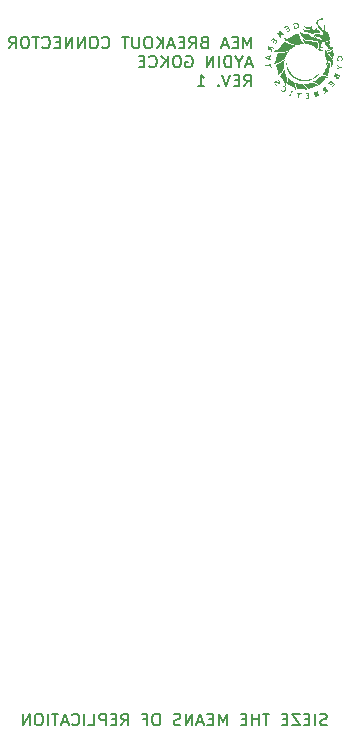
<source format=gbr>
%TF.GenerationSoftware,KiCad,Pcbnew,6.0.11-2627ca5db0~126~ubuntu22.04.1*%
%TF.CreationDate,2024-01-17T01:21:31-06:00*%
%TF.ProjectId,mea_breakout,6d65615f-6272-4656-916b-6f75742e6b69,1*%
%TF.SameCoordinates,Original*%
%TF.FileFunction,Legend,Bot*%
%TF.FilePolarity,Positive*%
%FSLAX46Y46*%
G04 Gerber Fmt 4.6, Leading zero omitted, Abs format (unit mm)*
G04 Created by KiCad (PCBNEW 6.0.11-2627ca5db0~126~ubuntu22.04.1) date 2024-01-17 01:21:31*
%MOMM*%
%LPD*%
G01*
G04 APERTURE LIST*
%ADD10C,0.150000*%
G04 APERTURE END LIST*
D10*
X81520952Y-68994761D02*
X81378095Y-69042380D01*
X81140000Y-69042380D01*
X81044761Y-68994761D01*
X80997142Y-68947142D01*
X80949523Y-68851904D01*
X80949523Y-68756666D01*
X80997142Y-68661428D01*
X81044761Y-68613809D01*
X81140000Y-68566190D01*
X81330476Y-68518571D01*
X81425714Y-68470952D01*
X81473333Y-68423333D01*
X81520952Y-68328095D01*
X81520952Y-68232857D01*
X81473333Y-68137619D01*
X81425714Y-68090000D01*
X81330476Y-68042380D01*
X81092380Y-68042380D01*
X80949523Y-68090000D01*
X80520952Y-69042380D02*
X80520952Y-68042380D01*
X80044761Y-68518571D02*
X79711428Y-68518571D01*
X79568571Y-69042380D02*
X80044761Y-69042380D01*
X80044761Y-68042380D01*
X79568571Y-68042380D01*
X79235238Y-68042380D02*
X78568571Y-68042380D01*
X79235238Y-69042380D01*
X78568571Y-69042380D01*
X78187619Y-68518571D02*
X77854285Y-68518571D01*
X77711428Y-69042380D02*
X78187619Y-69042380D01*
X78187619Y-68042380D01*
X77711428Y-68042380D01*
X76663809Y-68042380D02*
X76092380Y-68042380D01*
X76378095Y-69042380D02*
X76378095Y-68042380D01*
X75759047Y-69042380D02*
X75759047Y-68042380D01*
X75759047Y-68518571D02*
X75187619Y-68518571D01*
X75187619Y-69042380D02*
X75187619Y-68042380D01*
X74711428Y-68518571D02*
X74378095Y-68518571D01*
X74235238Y-69042380D02*
X74711428Y-69042380D01*
X74711428Y-68042380D01*
X74235238Y-68042380D01*
X73044761Y-69042380D02*
X73044761Y-68042380D01*
X72711428Y-68756666D01*
X72378095Y-68042380D01*
X72378095Y-69042380D01*
X71901904Y-68518571D02*
X71568571Y-68518571D01*
X71425714Y-69042380D02*
X71901904Y-69042380D01*
X71901904Y-68042380D01*
X71425714Y-68042380D01*
X71044761Y-68756666D02*
X70568571Y-68756666D01*
X71140000Y-69042380D02*
X70806666Y-68042380D01*
X70473333Y-69042380D01*
X70140000Y-69042380D02*
X70140000Y-68042380D01*
X69568571Y-69042380D01*
X69568571Y-68042380D01*
X69140000Y-68994761D02*
X68997142Y-69042380D01*
X68759047Y-69042380D01*
X68663809Y-68994761D01*
X68616190Y-68947142D01*
X68568571Y-68851904D01*
X68568571Y-68756666D01*
X68616190Y-68661428D01*
X68663809Y-68613809D01*
X68759047Y-68566190D01*
X68949523Y-68518571D01*
X69044761Y-68470952D01*
X69092380Y-68423333D01*
X69140000Y-68328095D01*
X69140000Y-68232857D01*
X69092380Y-68137619D01*
X69044761Y-68090000D01*
X68949523Y-68042380D01*
X68711428Y-68042380D01*
X68568571Y-68090000D01*
X67187619Y-68042380D02*
X66997142Y-68042380D01*
X66901904Y-68090000D01*
X66806666Y-68185238D01*
X66759047Y-68375714D01*
X66759047Y-68709047D01*
X66806666Y-68899523D01*
X66901904Y-68994761D01*
X66997142Y-69042380D01*
X67187619Y-69042380D01*
X67282857Y-68994761D01*
X67378095Y-68899523D01*
X67425714Y-68709047D01*
X67425714Y-68375714D01*
X67378095Y-68185238D01*
X67282857Y-68090000D01*
X67187619Y-68042380D01*
X65997142Y-68518571D02*
X66330476Y-68518571D01*
X66330476Y-69042380D02*
X66330476Y-68042380D01*
X65854285Y-68042380D01*
X64140000Y-69042380D02*
X64473333Y-68566190D01*
X64711428Y-69042380D02*
X64711428Y-68042380D01*
X64330476Y-68042380D01*
X64235238Y-68090000D01*
X64187619Y-68137619D01*
X64140000Y-68232857D01*
X64140000Y-68375714D01*
X64187619Y-68470952D01*
X64235238Y-68518571D01*
X64330476Y-68566190D01*
X64711428Y-68566190D01*
X63711428Y-68518571D02*
X63378095Y-68518571D01*
X63235238Y-69042380D02*
X63711428Y-69042380D01*
X63711428Y-68042380D01*
X63235238Y-68042380D01*
X62806666Y-69042380D02*
X62806666Y-68042380D01*
X62425714Y-68042380D01*
X62330476Y-68090000D01*
X62282857Y-68137619D01*
X62235238Y-68232857D01*
X62235238Y-68375714D01*
X62282857Y-68470952D01*
X62330476Y-68518571D01*
X62425714Y-68566190D01*
X62806666Y-68566190D01*
X61330476Y-69042380D02*
X61806666Y-69042380D01*
X61806666Y-68042380D01*
X60997142Y-69042380D02*
X60997142Y-68042380D01*
X59949523Y-68947142D02*
X59997142Y-68994761D01*
X60140000Y-69042380D01*
X60235238Y-69042380D01*
X60378095Y-68994761D01*
X60473333Y-68899523D01*
X60520952Y-68804285D01*
X60568571Y-68613809D01*
X60568571Y-68470952D01*
X60520952Y-68280476D01*
X60473333Y-68185238D01*
X60378095Y-68090000D01*
X60235238Y-68042380D01*
X60140000Y-68042380D01*
X59997142Y-68090000D01*
X59949523Y-68137619D01*
X59568571Y-68756666D02*
X59092380Y-68756666D01*
X59663809Y-69042380D02*
X59330476Y-68042380D01*
X58997142Y-69042380D01*
X58806666Y-68042380D02*
X58235238Y-68042380D01*
X58520952Y-69042380D02*
X58520952Y-68042380D01*
X57901904Y-69042380D02*
X57901904Y-68042380D01*
X57235238Y-68042380D02*
X57044761Y-68042380D01*
X56949523Y-68090000D01*
X56854285Y-68185238D01*
X56806666Y-68375714D01*
X56806666Y-68709047D01*
X56854285Y-68899523D01*
X56949523Y-68994761D01*
X57044761Y-69042380D01*
X57235238Y-69042380D01*
X57330476Y-68994761D01*
X57425714Y-68899523D01*
X57473333Y-68709047D01*
X57473333Y-68375714D01*
X57425714Y-68185238D01*
X57330476Y-68090000D01*
X57235238Y-68042380D01*
X56378095Y-69042380D02*
X56378095Y-68042380D01*
X55806666Y-69042380D01*
X55806666Y-68042380D01*
X75119484Y-11724076D02*
X75119484Y-10724076D01*
X74786151Y-11438362D01*
X74452818Y-10724076D01*
X74452818Y-11724076D01*
X73976627Y-11200267D02*
X73643294Y-11200267D01*
X73500437Y-11724076D02*
X73976627Y-11724076D01*
X73976627Y-10724076D01*
X73500437Y-10724076D01*
X73119484Y-11438362D02*
X72643294Y-11438362D01*
X73214722Y-11724076D02*
X72881389Y-10724076D01*
X72548056Y-11724076D01*
X71119484Y-11200267D02*
X70976627Y-11247886D01*
X70929008Y-11295505D01*
X70881389Y-11390743D01*
X70881389Y-11533600D01*
X70929008Y-11628838D01*
X70976627Y-11676457D01*
X71071865Y-11724076D01*
X71452818Y-11724076D01*
X71452818Y-10724076D01*
X71119484Y-10724076D01*
X71024246Y-10771696D01*
X70976627Y-10819315D01*
X70929008Y-10914553D01*
X70929008Y-11009791D01*
X70976627Y-11105029D01*
X71024246Y-11152648D01*
X71119484Y-11200267D01*
X71452818Y-11200267D01*
X69881389Y-11724076D02*
X70214722Y-11247886D01*
X70452818Y-11724076D02*
X70452818Y-10724076D01*
X70071865Y-10724076D01*
X69976627Y-10771696D01*
X69929008Y-10819315D01*
X69881389Y-10914553D01*
X69881389Y-11057410D01*
X69929008Y-11152648D01*
X69976627Y-11200267D01*
X70071865Y-11247886D01*
X70452818Y-11247886D01*
X69452818Y-11200267D02*
X69119484Y-11200267D01*
X68976627Y-11724076D02*
X69452818Y-11724076D01*
X69452818Y-10724076D01*
X68976627Y-10724076D01*
X68595675Y-11438362D02*
X68119484Y-11438362D01*
X68690913Y-11724076D02*
X68357580Y-10724076D01*
X68024246Y-11724076D01*
X67690913Y-11724076D02*
X67690913Y-10724076D01*
X67119484Y-11724076D02*
X67548056Y-11152648D01*
X67119484Y-10724076D02*
X67690913Y-11295505D01*
X66500437Y-10724076D02*
X66309960Y-10724076D01*
X66214722Y-10771696D01*
X66119484Y-10866934D01*
X66071865Y-11057410D01*
X66071865Y-11390743D01*
X66119484Y-11581219D01*
X66214722Y-11676457D01*
X66309960Y-11724076D01*
X66500437Y-11724076D01*
X66595675Y-11676457D01*
X66690913Y-11581219D01*
X66738532Y-11390743D01*
X66738532Y-11057410D01*
X66690913Y-10866934D01*
X66595675Y-10771696D01*
X66500437Y-10724076D01*
X65643294Y-10724076D02*
X65643294Y-11533600D01*
X65595675Y-11628838D01*
X65548056Y-11676457D01*
X65452818Y-11724076D01*
X65262341Y-11724076D01*
X65167103Y-11676457D01*
X65119484Y-11628838D01*
X65071865Y-11533600D01*
X65071865Y-10724076D01*
X64738532Y-10724076D02*
X64167103Y-10724076D01*
X64452818Y-11724076D02*
X64452818Y-10724076D01*
X62500437Y-11628838D02*
X62548056Y-11676457D01*
X62690913Y-11724076D01*
X62786151Y-11724076D01*
X62929008Y-11676457D01*
X63024246Y-11581219D01*
X63071865Y-11485981D01*
X63119484Y-11295505D01*
X63119484Y-11152648D01*
X63071865Y-10962172D01*
X63024246Y-10866934D01*
X62929008Y-10771696D01*
X62786151Y-10724076D01*
X62690913Y-10724076D01*
X62548056Y-10771696D01*
X62500437Y-10819315D01*
X61881389Y-10724076D02*
X61690913Y-10724076D01*
X61595675Y-10771696D01*
X61500437Y-10866934D01*
X61452818Y-11057410D01*
X61452818Y-11390743D01*
X61500437Y-11581219D01*
X61595675Y-11676457D01*
X61690913Y-11724076D01*
X61881389Y-11724076D01*
X61976627Y-11676457D01*
X62071865Y-11581219D01*
X62119484Y-11390743D01*
X62119484Y-11057410D01*
X62071865Y-10866934D01*
X61976627Y-10771696D01*
X61881389Y-10724076D01*
X61024246Y-11724076D02*
X61024246Y-10724076D01*
X60452818Y-11724076D01*
X60452818Y-10724076D01*
X59976627Y-11724076D02*
X59976627Y-10724076D01*
X59405199Y-11724076D01*
X59405199Y-10724076D01*
X58929008Y-11200267D02*
X58595675Y-11200267D01*
X58452818Y-11724076D02*
X58929008Y-11724076D01*
X58929008Y-10724076D01*
X58452818Y-10724076D01*
X57452818Y-11628838D02*
X57500437Y-11676457D01*
X57643294Y-11724076D01*
X57738532Y-11724076D01*
X57881389Y-11676457D01*
X57976627Y-11581219D01*
X58024246Y-11485981D01*
X58071865Y-11295505D01*
X58071865Y-11152648D01*
X58024246Y-10962172D01*
X57976627Y-10866934D01*
X57881389Y-10771696D01*
X57738532Y-10724076D01*
X57643294Y-10724076D01*
X57500437Y-10771696D01*
X57452818Y-10819315D01*
X57167103Y-10724076D02*
X56595675Y-10724076D01*
X56881389Y-11724076D02*
X56881389Y-10724076D01*
X56071865Y-10724076D02*
X55881389Y-10724076D01*
X55786151Y-10771696D01*
X55690913Y-10866934D01*
X55643294Y-11057410D01*
X55643294Y-11390743D01*
X55690913Y-11581219D01*
X55786151Y-11676457D01*
X55881389Y-11724076D01*
X56071865Y-11724076D01*
X56167103Y-11676457D01*
X56262341Y-11581219D01*
X56309960Y-11390743D01*
X56309960Y-11057410D01*
X56262341Y-10866934D01*
X56167103Y-10771696D01*
X56071865Y-10724076D01*
X54643294Y-11724076D02*
X54976627Y-11247886D01*
X55214722Y-11724076D02*
X55214722Y-10724076D01*
X54833770Y-10724076D01*
X54738532Y-10771696D01*
X54690913Y-10819315D01*
X54643294Y-10914553D01*
X54643294Y-11057410D01*
X54690913Y-11152648D01*
X54738532Y-11200267D01*
X54833770Y-11247886D01*
X55214722Y-11247886D01*
X75167103Y-13048362D02*
X74690913Y-13048362D01*
X75262341Y-13334076D02*
X74929008Y-12334076D01*
X74595675Y-13334076D01*
X74071865Y-12857886D02*
X74071865Y-13334076D01*
X74405199Y-12334076D02*
X74071865Y-12857886D01*
X73738532Y-12334076D01*
X73405199Y-13334076D02*
X73405199Y-12334076D01*
X73167103Y-12334076D01*
X73024246Y-12381696D01*
X72929008Y-12476934D01*
X72881389Y-12572172D01*
X72833770Y-12762648D01*
X72833770Y-12905505D01*
X72881389Y-13095981D01*
X72929008Y-13191219D01*
X73024246Y-13286457D01*
X73167103Y-13334076D01*
X73405199Y-13334076D01*
X72405199Y-13334076D02*
X72405199Y-12334076D01*
X71929008Y-13334076D02*
X71929008Y-12334076D01*
X71357580Y-13334076D01*
X71357580Y-12334076D01*
X69595675Y-12381696D02*
X69690913Y-12334076D01*
X69833770Y-12334076D01*
X69976627Y-12381696D01*
X70071865Y-12476934D01*
X70119484Y-12572172D01*
X70167103Y-12762648D01*
X70167103Y-12905505D01*
X70119484Y-13095981D01*
X70071865Y-13191219D01*
X69976627Y-13286457D01*
X69833770Y-13334076D01*
X69738532Y-13334076D01*
X69595675Y-13286457D01*
X69548056Y-13238838D01*
X69548056Y-12905505D01*
X69738532Y-12905505D01*
X68929008Y-12334076D02*
X68738532Y-12334076D01*
X68643294Y-12381696D01*
X68548056Y-12476934D01*
X68500437Y-12667410D01*
X68500437Y-13000743D01*
X68548056Y-13191219D01*
X68643294Y-13286457D01*
X68738532Y-13334076D01*
X68929008Y-13334076D01*
X69024246Y-13286457D01*
X69119484Y-13191219D01*
X69167103Y-13000743D01*
X69167103Y-12667410D01*
X69119484Y-12476934D01*
X69024246Y-12381696D01*
X68929008Y-12334076D01*
X68071865Y-13334076D02*
X68071865Y-12334076D01*
X67500437Y-13334076D02*
X67929008Y-12762648D01*
X67500437Y-12334076D02*
X68071865Y-12905505D01*
X66500437Y-13238838D02*
X66548056Y-13286457D01*
X66690913Y-13334076D01*
X66786151Y-13334076D01*
X66929008Y-13286457D01*
X67024246Y-13191219D01*
X67071865Y-13095981D01*
X67119484Y-12905505D01*
X67119484Y-12762648D01*
X67071865Y-12572172D01*
X67024246Y-12476934D01*
X66929008Y-12381696D01*
X66786151Y-12334076D01*
X66690913Y-12334076D01*
X66548056Y-12381696D01*
X66500437Y-12429315D01*
X66071865Y-12810267D02*
X65738532Y-12810267D01*
X65595675Y-13334076D02*
X66071865Y-13334076D01*
X66071865Y-12334076D01*
X65595675Y-12334076D01*
X74548056Y-14944076D02*
X74881389Y-14467886D01*
X75119484Y-14944076D02*
X75119484Y-13944076D01*
X74738532Y-13944076D01*
X74643294Y-13991696D01*
X74595675Y-14039315D01*
X74548056Y-14134553D01*
X74548056Y-14277410D01*
X74595675Y-14372648D01*
X74643294Y-14420267D01*
X74738532Y-14467886D01*
X75119484Y-14467886D01*
X74119484Y-14420267D02*
X73786151Y-14420267D01*
X73643294Y-14944076D02*
X74119484Y-14944076D01*
X74119484Y-13944076D01*
X73643294Y-13944076D01*
X73357580Y-13944076D02*
X73024246Y-14944076D01*
X72690913Y-13944076D01*
X72357580Y-14848838D02*
X72309960Y-14896457D01*
X72357580Y-14944076D01*
X72405199Y-14896457D01*
X72357580Y-14848838D01*
X72357580Y-14944076D01*
X70595675Y-14944076D02*
X71167103Y-14944076D01*
X70881389Y-14944076D02*
X70881389Y-13944076D01*
X70976627Y-14086934D01*
X71071865Y-14182172D01*
X71167103Y-14229791D01*
%TO.C,G\u002A\u002A\u002A*%
G36*
X79263756Y-10324110D02*
G01*
X79285834Y-10337111D01*
X79315691Y-10358420D01*
X79338057Y-10375047D01*
X79407896Y-10420165D01*
X79478364Y-10453624D01*
X79554967Y-10477254D01*
X79643208Y-10492885D01*
X79748592Y-10502347D01*
X79813781Y-10507274D01*
X79892989Y-10515925D01*
X79964736Y-10526622D01*
X80025124Y-10538672D01*
X80070256Y-10551384D01*
X80096237Y-10564066D01*
X80102864Y-10571752D01*
X80118024Y-10598191D01*
X80132943Y-10632995D01*
X80155101Y-10681052D01*
X80186941Y-10731428D01*
X80222135Y-10773696D01*
X80255598Y-10800895D01*
X80259683Y-10803148D01*
X80278650Y-10810280D01*
X80295239Y-10805145D01*
X80318575Y-10785515D01*
X80360144Y-10751828D01*
X80430743Y-10712752D01*
X80502516Y-10693314D01*
X80560164Y-10686240D01*
X80531444Y-10706823D01*
X80524304Y-10712014D01*
X80467878Y-10758642D01*
X80422097Y-10806450D01*
X80392148Y-10850105D01*
X80386713Y-10860953D01*
X80374711Y-10886719D01*
X80369924Y-10900048D01*
X80371239Y-10901041D01*
X80386429Y-10897955D01*
X80413160Y-10887835D01*
X80429286Y-10881764D01*
X80485805Y-10867884D01*
X80553343Y-10858864D01*
X80623279Y-10855611D01*
X80686991Y-10859032D01*
X80722404Y-10863721D01*
X80739485Y-10867576D01*
X80738396Y-10871590D01*
X80721581Y-10877035D01*
X80653827Y-10900957D01*
X80587561Y-10936130D01*
X80533808Y-10977780D01*
X80496059Y-11023150D01*
X80477807Y-11069483D01*
X80476292Y-11078320D01*
X80470519Y-11103522D01*
X80465684Y-11113652D01*
X80463847Y-11113058D01*
X80448304Y-11103547D01*
X80423921Y-11086118D01*
X80410038Y-11076075D01*
X80318031Y-11024223D01*
X80215199Y-10987612D01*
X80107206Y-10967379D01*
X79999719Y-10964662D01*
X79898402Y-10980598D01*
X79863635Y-10988860D01*
X79835686Y-10991027D01*
X79806608Y-10985920D01*
X79766238Y-10972950D01*
X79695078Y-10944237D01*
X79585954Y-10881113D01*
X79489755Y-10799131D01*
X79406188Y-10698022D01*
X79334962Y-10577520D01*
X79322017Y-10549110D01*
X79304632Y-10504979D01*
X79287602Y-10456470D01*
X79272540Y-10408754D01*
X79261057Y-10366998D01*
X79254767Y-10336373D01*
X79255280Y-10322047D01*
X79263756Y-10324110D01*
G37*
G36*
X80373951Y-14618269D02*
G01*
X80403692Y-14623997D01*
X80506812Y-14657269D01*
X80607507Y-14709288D01*
X80700614Y-14777021D01*
X80780967Y-14857433D01*
X80783256Y-14860151D01*
X80814782Y-14898321D01*
X80831786Y-14921566D01*
X80835000Y-14932087D01*
X80825153Y-14932089D01*
X80802977Y-14923773D01*
X80788327Y-14918275D01*
X80725154Y-14906860D01*
X80652402Y-14912185D01*
X80568280Y-14934521D01*
X80470997Y-14974142D01*
X80437169Y-14989583D01*
X80356916Y-15023800D01*
X80280736Y-15051914D01*
X80199666Y-15077062D01*
X80104740Y-15102385D01*
X80067396Y-15111679D01*
X80007232Y-15125676D01*
X79965135Y-15133572D01*
X79938408Y-15135681D01*
X79924350Y-15132315D01*
X79920264Y-15123787D01*
X79920109Y-15122380D01*
X79912858Y-15103791D01*
X79896935Y-15072495D01*
X79875327Y-15034432D01*
X79857656Y-15006741D01*
X79807509Y-14941141D01*
X79748916Y-14877745D01*
X79687933Y-14822788D01*
X79630617Y-14782506D01*
X79572096Y-14748719D01*
X79714473Y-14742294D01*
X79800897Y-14735989D01*
X79902918Y-14719904D01*
X79999211Y-14693041D01*
X80099028Y-14653257D01*
X80183621Y-14623513D01*
X80275459Y-14611037D01*
X80373951Y-14618269D01*
G37*
G36*
X77974351Y-11125446D02*
G01*
X77991160Y-11134185D01*
X78019985Y-11152807D01*
X78055512Y-11177918D01*
X78084563Y-11198293D01*
X78189824Y-11260669D01*
X78314227Y-11319781D01*
X78454848Y-11374457D01*
X78608765Y-11423524D01*
X78773056Y-11465810D01*
X78934472Y-11502694D01*
X78888711Y-11521940D01*
X78873528Y-11528776D01*
X78825148Y-11553728D01*
X78765100Y-11587755D01*
X78698400Y-11627740D01*
X78630065Y-11670566D01*
X78565111Y-11713116D01*
X78508555Y-11752273D01*
X78465413Y-11784922D01*
X78445420Y-11800991D01*
X78367938Y-11858021D01*
X78290917Y-11905032D01*
X78210442Y-11943474D01*
X78122600Y-11974798D01*
X78023477Y-12000454D01*
X77909160Y-12021895D01*
X77775734Y-12040569D01*
X77758441Y-12042077D01*
X77709292Y-12043485D01*
X77645049Y-12042946D01*
X77570946Y-12040686D01*
X77492215Y-12036934D01*
X77414088Y-12031918D01*
X77341799Y-12025865D01*
X77280581Y-12019004D01*
X77242946Y-12013841D01*
X77168259Y-12002629D01*
X77105302Y-11991833D01*
X77056871Y-11981995D01*
X77025763Y-11973660D01*
X77014772Y-11967369D01*
X77024603Y-11960380D01*
X77050498Y-11948138D01*
X77086833Y-11933315D01*
X77171504Y-11899208D01*
X77303517Y-11837746D01*
X77413087Y-11774647D01*
X77500585Y-11709655D01*
X77566384Y-11642514D01*
X77610856Y-11572968D01*
X77618373Y-11558144D01*
X77645785Y-11510533D01*
X77679866Y-11457379D01*
X77714962Y-11407660D01*
X77740737Y-11374417D01*
X77778831Y-11327979D01*
X77820276Y-11279684D01*
X77862078Y-11232812D01*
X77901239Y-11190645D01*
X77934764Y-11156464D01*
X77959657Y-11133549D01*
X77972920Y-11125182D01*
X77974351Y-11125446D01*
G37*
G36*
X81882246Y-14460724D02*
G01*
X81902292Y-14475033D01*
X81934413Y-14500042D01*
X81975273Y-14532952D01*
X82021535Y-14570969D01*
X82069861Y-14611297D01*
X82116914Y-14651138D01*
X82159359Y-14687697D01*
X82193857Y-14718178D01*
X82217072Y-14739784D01*
X82225667Y-14749720D01*
X82225544Y-14750475D01*
X82216807Y-14764837D01*
X82196292Y-14792560D01*
X82166790Y-14829992D01*
X82131090Y-14873484D01*
X82125736Y-14879867D01*
X82089489Y-14921833D01*
X82058219Y-14956000D01*
X82035109Y-14978999D01*
X82023345Y-14987462D01*
X82010141Y-14982099D01*
X81990401Y-14965190D01*
X81987443Y-14961851D01*
X81980541Y-14951135D01*
X81980700Y-14939061D01*
X81989842Y-14921539D01*
X82009891Y-14894477D01*
X82042770Y-14853784D01*
X82115457Y-14764830D01*
X82064184Y-14720339D01*
X82012911Y-14675849D01*
X81985283Y-14707801D01*
X81968409Y-14727364D01*
X81939246Y-14761268D01*
X81908421Y-14797178D01*
X81896275Y-14811298D01*
X81874174Y-14835436D01*
X81859976Y-14845441D01*
X81848650Y-14843767D01*
X81835163Y-14832863D01*
X81818872Y-14815434D01*
X81811140Y-14801051D01*
X81813173Y-14796182D01*
X81826724Y-14775936D01*
X81850194Y-14744964D01*
X81880288Y-14707717D01*
X81949436Y-14624456D01*
X81917760Y-14598571D01*
X81914103Y-14595626D01*
X81891459Y-14579314D01*
X81877796Y-14572629D01*
X81872884Y-14575823D01*
X81855280Y-14593161D01*
X81828906Y-14622184D01*
X81797347Y-14659042D01*
X81725186Y-14745512D01*
X81697086Y-14717413D01*
X81668986Y-14689313D01*
X81737181Y-14607101D01*
X81749480Y-14592282D01*
X81783732Y-14551092D01*
X81814111Y-14514662D01*
X81835199Y-14489493D01*
X81841769Y-14482147D01*
X81863138Y-14463748D01*
X81878206Y-14458569D01*
X81882246Y-14460724D01*
G37*
G36*
X79035680Y-15470494D02*
G01*
X79078829Y-15476527D01*
X79130478Y-15485038D01*
X79169599Y-15491913D01*
X79228822Y-15502294D01*
X79281443Y-15511491D01*
X79319409Y-15518095D01*
X79344471Y-15522793D01*
X79373380Y-15529384D01*
X79386802Y-15534132D01*
X79387069Y-15534459D01*
X79388135Y-15549310D01*
X79384083Y-15575879D01*
X79379539Y-15592828D01*
X79369405Y-15606440D01*
X79351279Y-15605233D01*
X79343794Y-15603329D01*
X79311905Y-15597081D01*
X79273957Y-15591317D01*
X79221431Y-15584507D01*
X79207421Y-15663673D01*
X79206903Y-15666595D01*
X79190598Y-15757847D01*
X79176652Y-15834187D01*
X79165434Y-15893660D01*
X79157312Y-15934309D01*
X79152656Y-15954176D01*
X79152288Y-15955217D01*
X79139507Y-15964167D01*
X79110310Y-15961476D01*
X79107350Y-15960837D01*
X79082095Y-15954942D01*
X79070395Y-15951398D01*
X79070429Y-15947909D01*
X79073454Y-15926053D01*
X79079777Y-15887564D01*
X79088702Y-15836387D01*
X79099536Y-15776463D01*
X79111584Y-15711735D01*
X79124152Y-15646146D01*
X79128916Y-15620973D01*
X79134191Y-15590733D01*
X79136242Y-15575390D01*
X79126211Y-15569187D01*
X79099252Y-15560960D01*
X79061299Y-15552599D01*
X79050704Y-15550583D01*
X79014908Y-15542771D01*
X78995649Y-15534831D01*
X78987830Y-15523585D01*
X78986356Y-15505855D01*
X78988704Y-15482148D01*
X78995003Y-15467991D01*
X79005988Y-15467561D01*
X79035680Y-15470494D01*
G37*
G36*
X78174351Y-12583693D02*
G01*
X78171864Y-12594193D01*
X78163454Y-12646754D01*
X78156968Y-12714336D01*
X78152682Y-12790613D01*
X78150873Y-12869259D01*
X78151816Y-12943947D01*
X78155789Y-13008351D01*
X78181200Y-13181646D01*
X78226541Y-13355349D01*
X78291360Y-13517980D01*
X78376439Y-13671168D01*
X78482559Y-13816542D01*
X78610503Y-13955731D01*
X78648320Y-13992392D01*
X78708103Y-14047388D01*
X78761583Y-14091691D01*
X78814287Y-14129751D01*
X78871744Y-14166019D01*
X78984163Y-14228046D01*
X79143716Y-14298096D01*
X79312844Y-14351452D01*
X79323194Y-14354141D01*
X79362832Y-14363885D01*
X79398330Y-14371061D01*
X79434221Y-14376052D01*
X79475038Y-14379242D01*
X79525314Y-14381012D01*
X79589582Y-14381746D01*
X79672375Y-14381828D01*
X79713440Y-14381695D01*
X79800662Y-14380418D01*
X79872429Y-14377101D01*
X79934136Y-14370888D01*
X79991181Y-14360921D01*
X80048960Y-14346344D01*
X80112870Y-14326301D01*
X80188308Y-14299935D01*
X80250268Y-14276013D01*
X80411966Y-14197082D01*
X80563614Y-14098765D01*
X80703167Y-13982889D01*
X80828584Y-13851281D01*
X80937822Y-13705767D01*
X81028837Y-13548174D01*
X81046728Y-13511555D01*
X81066203Y-13469710D01*
X81079528Y-13438616D01*
X81084524Y-13423162D01*
X81085012Y-13419205D01*
X81096189Y-13402371D01*
X81097930Y-13404049D01*
X81095169Y-13421597D01*
X81086145Y-13453950D01*
X81071960Y-13496810D01*
X81051396Y-13552045D01*
X80972759Y-13721382D01*
X80875887Y-13877888D01*
X80762181Y-14020432D01*
X80633045Y-14147883D01*
X80489879Y-14259110D01*
X80334086Y-14352981D01*
X80167068Y-14428364D01*
X79990228Y-14484128D01*
X79804967Y-14519142D01*
X79802118Y-14519494D01*
X79748375Y-14523066D01*
X79678633Y-14523639D01*
X79599286Y-14521550D01*
X79516725Y-14517134D01*
X79437340Y-14510729D01*
X79367525Y-14502670D01*
X79313670Y-14493293D01*
X79276359Y-14484396D01*
X79093404Y-14427294D01*
X78922440Y-14350636D01*
X78763891Y-14254671D01*
X78618181Y-14139650D01*
X78485737Y-14005822D01*
X78454136Y-13968725D01*
X78346605Y-13821752D01*
X78258446Y-13664135D01*
X78188794Y-13494149D01*
X78136782Y-13310066D01*
X78128954Y-13265941D01*
X78121101Y-13191145D01*
X78116294Y-13103936D01*
X78114523Y-13010191D01*
X78115782Y-12915792D01*
X78120062Y-12826617D01*
X78127354Y-12748547D01*
X78137650Y-12687461D01*
X78140462Y-12675619D01*
X78151844Y-12631642D01*
X78162261Y-12596854D01*
X78169757Y-12577928D01*
X78171097Y-12575777D01*
X78176950Y-12569392D01*
X78174351Y-12583693D01*
G37*
G36*
X79128089Y-10500574D02*
G01*
X79160805Y-10506495D01*
X79178189Y-10511872D01*
X79185176Y-10525097D01*
X79192732Y-10555136D01*
X79198668Y-10594814D01*
X79200605Y-10611426D01*
X79228160Y-10748259D01*
X79276071Y-10878488D01*
X79344997Y-11003333D01*
X79435599Y-11124014D01*
X79548537Y-11241750D01*
X79642037Y-11329493D01*
X79513084Y-11342798D01*
X79389777Y-11359893D01*
X79267849Y-11387885D01*
X79147772Y-11428103D01*
X79107779Y-11442749D01*
X79074561Y-11453593D01*
X79055534Y-11458202D01*
X79048529Y-11458152D01*
X79015036Y-11452909D01*
X78964980Y-11440989D01*
X78902059Y-11423567D01*
X78829972Y-11401821D01*
X78752420Y-11376925D01*
X78673099Y-11350056D01*
X78595710Y-11322389D01*
X78523952Y-11295101D01*
X78461524Y-11269367D01*
X78452089Y-11265248D01*
X78315445Y-11200431D01*
X78200445Y-11135113D01*
X78105761Y-11068367D01*
X78030066Y-10999264D01*
X77972034Y-10926875D01*
X77968599Y-10921709D01*
X77947091Y-10888213D01*
X77932700Y-10863781D01*
X77928383Y-10853393D01*
X77936153Y-10854171D01*
X77960448Y-10860777D01*
X77994922Y-10871989D01*
X78043331Y-10885948D01*
X78100580Y-10892938D01*
X78161392Y-10888157D01*
X78233893Y-10871593D01*
X78241618Y-10869410D01*
X78310354Y-10845932D01*
X78379650Y-10814235D01*
X78453309Y-10772169D01*
X78535136Y-10717584D01*
X78628934Y-10648330D01*
X78670783Y-10618260D01*
X78775697Y-10558323D01*
X78883308Y-10517306D01*
X78990446Y-10496245D01*
X79093942Y-10496178D01*
X79128089Y-10500574D01*
G37*
G36*
X77938597Y-13483012D02*
G01*
X77941310Y-13502700D01*
X77951676Y-13558106D01*
X77966609Y-13623071D01*
X77984766Y-13693008D01*
X78004809Y-13763330D01*
X78025397Y-13829450D01*
X78045189Y-13886781D01*
X78062845Y-13930736D01*
X78077024Y-13956727D01*
X78077389Y-13957203D01*
X78094358Y-13990501D01*
X78110203Y-14042054D01*
X78123735Y-14107157D01*
X78133765Y-14181107D01*
X78134958Y-14193705D01*
X78138798Y-14301383D01*
X78133556Y-14422939D01*
X78119865Y-14552179D01*
X78098357Y-14682908D01*
X78069665Y-14808931D01*
X78064793Y-14827569D01*
X78054208Y-14869008D01*
X78046301Y-14901169D01*
X78044927Y-14906357D01*
X78040644Y-14913686D01*
X78035027Y-14908151D01*
X78027080Y-14887361D01*
X78015806Y-14848919D01*
X78000209Y-14790434D01*
X77992491Y-14761303D01*
X77962478Y-14657962D01*
X77931648Y-14570880D01*
X77897370Y-14494728D01*
X77857013Y-14424178D01*
X77807947Y-14353899D01*
X77747541Y-14278564D01*
X77731592Y-14259359D01*
X77689114Y-14206504D01*
X77647632Y-14152868D01*
X77614224Y-14107531D01*
X77558449Y-14028737D01*
X77630380Y-13957645D01*
X77637717Y-13950308D01*
X77676592Y-13909006D01*
X77712474Y-13867400D01*
X77738408Y-13833484D01*
X77740583Y-13830259D01*
X77774164Y-13774949D01*
X77810999Y-13706015D01*
X77847337Y-13631165D01*
X77879421Y-13558105D01*
X77903499Y-13494542D01*
X77930510Y-13413834D01*
X77938597Y-13483012D01*
G37*
G36*
X77884869Y-14895315D02*
G01*
X77919726Y-14905760D01*
X77982454Y-14938249D01*
X78035491Y-14983430D01*
X78074381Y-15037066D01*
X78094668Y-15094914D01*
X78097025Y-15119348D01*
X78088937Y-15186256D01*
X78061962Y-15251734D01*
X78018651Y-15310736D01*
X77961554Y-15358220D01*
X77928565Y-15375349D01*
X77865200Y-15390044D01*
X77800665Y-15383949D01*
X77737986Y-15358049D01*
X77680191Y-15313323D01*
X77630304Y-15250753D01*
X77602314Y-15206415D01*
X77627920Y-15171781D01*
X77640704Y-15155977D01*
X77659840Y-15142700D01*
X77674945Y-15151397D01*
X77688901Y-15182578D01*
X77703042Y-15212948D01*
X77735258Y-15255090D01*
X77774939Y-15288067D01*
X77815343Y-15305331D01*
X77855578Y-15306073D01*
X77902333Y-15290475D01*
X77943881Y-15260540D01*
X77977644Y-15220358D01*
X78001043Y-15174020D01*
X78011499Y-15125615D01*
X78006434Y-15079235D01*
X77983269Y-15038969D01*
X77954565Y-15013867D01*
X77901399Y-14986290D01*
X77845963Y-14976113D01*
X77833234Y-14975604D01*
X77809070Y-14967713D01*
X77805174Y-14949411D01*
X77821055Y-14919584D01*
X77837331Y-14899723D01*
X77855965Y-14891426D01*
X77884869Y-14895315D01*
G37*
G36*
X82599908Y-14127734D02*
G01*
X82590349Y-14147018D01*
X82557313Y-14206415D01*
X82526808Y-14247516D01*
X82496129Y-14273466D01*
X82462570Y-14287410D01*
X82432540Y-14293301D01*
X82405066Y-14291599D01*
X82371469Y-14279782D01*
X82334418Y-14257062D01*
X82305989Y-14223008D01*
X82295389Y-14185537D01*
X82295334Y-14182376D01*
X82291229Y-14168683D01*
X82276280Y-14162870D01*
X82244439Y-14162161D01*
X82226592Y-14161964D01*
X82191666Y-14154643D01*
X82191368Y-14154436D01*
X82364567Y-14154436D01*
X82368748Y-14171385D01*
X82386869Y-14191685D01*
X82394447Y-14195480D01*
X82433537Y-14204584D01*
X82467210Y-14191952D01*
X82497513Y-14156941D01*
X82499925Y-14153116D01*
X82525581Y-14110462D01*
X82538066Y-14081755D01*
X82537317Y-14062313D01*
X82523273Y-14047454D01*
X82495873Y-14032497D01*
X82478591Y-14024487D01*
X82448326Y-14012381D01*
X82429794Y-14007615D01*
X82425281Y-14009522D01*
X82411403Y-14026840D01*
X82395400Y-14056726D01*
X82380266Y-14092444D01*
X82368991Y-14127259D01*
X82364567Y-14154436D01*
X82191368Y-14154436D01*
X82162626Y-14134442D01*
X82155430Y-14127495D01*
X82140528Y-14107892D01*
X82135364Y-14084538D01*
X82137148Y-14047969D01*
X82137681Y-14043286D01*
X82141725Y-14024965D01*
X82218189Y-14024965D01*
X82219761Y-14057064D01*
X82236982Y-14076388D01*
X82251944Y-14083337D01*
X82269785Y-14088323D01*
X82273335Y-14087818D01*
X82292996Y-14073789D01*
X82314964Y-14044527D01*
X82334988Y-14005436D01*
X82352407Y-13963747D01*
X82305164Y-13944845D01*
X82291618Y-13939595D01*
X82266794Y-13931115D01*
X82256136Y-13929307D01*
X82232438Y-13978780D01*
X82218189Y-14024965D01*
X82141725Y-14024965D01*
X82146762Y-14002150D01*
X82163161Y-13951700D01*
X82183811Y-13901559D01*
X82225087Y-13812798D01*
X82436066Y-13911264D01*
X82449983Y-13917763D01*
X82512804Y-13947198D01*
X82547904Y-13963747D01*
X82567455Y-13972965D01*
X82610750Y-13993549D01*
X82639505Y-14007439D01*
X82650535Y-14013122D01*
X82648626Y-14020541D01*
X82638515Y-14044978D01*
X82621819Y-14081755D01*
X82621630Y-14082171D01*
X82599908Y-14127734D01*
G37*
G36*
X80028060Y-15527035D02*
G01*
X80029680Y-15533571D01*
X80032892Y-15559913D01*
X80036592Y-15601949D01*
X80040535Y-15655379D01*
X80044475Y-15715904D01*
X80048168Y-15779227D01*
X80051367Y-15841047D01*
X80053827Y-15897067D01*
X80055304Y-15942988D01*
X80055552Y-15974511D01*
X80054326Y-15987338D01*
X80051003Y-15988845D01*
X80029201Y-15993187D01*
X79992438Y-15997933D01*
X79946393Y-16002295D01*
X79928024Y-16003767D01*
X79861634Y-16008921D01*
X79814162Y-16011809D01*
X79782300Y-16012043D01*
X79762740Y-16009235D01*
X79752172Y-16002999D01*
X79747290Y-15992947D01*
X79744784Y-15978692D01*
X79744700Y-15978111D01*
X79743131Y-15952531D01*
X79746358Y-15939642D01*
X79750886Y-15938489D01*
X79774304Y-15935318D01*
X79812417Y-15931422D01*
X79859733Y-15927396D01*
X79966383Y-15919103D01*
X79966383Y-15780439D01*
X79724259Y-15796943D01*
X79724259Y-15714015D01*
X79796320Y-15713889D01*
X79829074Y-15713227D01*
X79875752Y-15710577D01*
X79911617Y-15706615D01*
X79922599Y-15704713D01*
X79944695Y-15697733D01*
X79953358Y-15683166D01*
X79954853Y-15653285D01*
X79954853Y-15607101D01*
X79833791Y-15615210D01*
X79712729Y-15623320D01*
X79712729Y-15543288D01*
X79836674Y-15536038D01*
X79875342Y-15533629D01*
X79926524Y-15529982D01*
X79967507Y-15526529D01*
X79991878Y-15523777D01*
X80014386Y-15522584D01*
X80028060Y-15527035D01*
G37*
G36*
X76969638Y-10828723D02*
G01*
X76987913Y-10838567D01*
X77020245Y-10858112D01*
X77063085Y-10885034D01*
X77112884Y-10917007D01*
X77166092Y-10951708D01*
X77219158Y-10986811D01*
X77268534Y-11019991D01*
X77310668Y-11048924D01*
X77342012Y-11071284D01*
X77359016Y-11084747D01*
X77360807Y-11086748D01*
X77363569Y-11096889D01*
X77358999Y-11113563D01*
X77345597Y-11139839D01*
X77321861Y-11178787D01*
X77286291Y-11233478D01*
X77275653Y-11249485D01*
X77244032Y-11295794D01*
X77217234Y-11333195D01*
X77197815Y-11358197D01*
X77188331Y-11367306D01*
X77174276Y-11361300D01*
X77152241Y-11345847D01*
X77125740Y-11324387D01*
X77193836Y-11224139D01*
X77213315Y-11194507D01*
X77236369Y-11155745D01*
X77249432Y-11128347D01*
X77250628Y-11115889D01*
X77242260Y-11109992D01*
X77193883Y-11077495D01*
X77160437Y-11058674D01*
X77139620Y-11052427D01*
X77129130Y-11057648D01*
X77125261Y-11064182D01*
X77105469Y-11094866D01*
X77080168Y-11131437D01*
X77053038Y-11168892D01*
X77027760Y-11202231D01*
X77008013Y-11226453D01*
X76997477Y-11236556D01*
X76982626Y-11233474D01*
X76959982Y-11219962D01*
X76934016Y-11199990D01*
X76998311Y-11103957D01*
X77016246Y-11076296D01*
X77038947Y-11038049D01*
X77053470Y-11009206D01*
X77057269Y-10994492D01*
X77056824Y-10993527D01*
X77042506Y-10978397D01*
X77017611Y-10961149D01*
X76983290Y-10941238D01*
X76918247Y-11038975D01*
X76898585Y-11067929D01*
X76873214Y-11103363D01*
X76854206Y-11127562D01*
X76844633Y-11136455D01*
X76831148Y-11130470D01*
X76809100Y-11115460D01*
X76782140Y-11094722D01*
X76870114Y-10962948D01*
X76879673Y-10948690D01*
X76911428Y-10902214D01*
X76938299Y-10864210D01*
X76957697Y-10838281D01*
X76967036Y-10828031D01*
X76969638Y-10828723D01*
G37*
G36*
X81338012Y-14061130D02*
G01*
X81421250Y-14067521D01*
X81494372Y-14081977D01*
X81565745Y-14106464D01*
X81643734Y-14142949D01*
X81689079Y-14166212D01*
X81626397Y-14174833D01*
X81594437Y-14179841D01*
X81518754Y-14199066D01*
X81458677Y-14228343D01*
X81409337Y-14270545D01*
X81365867Y-14328544D01*
X81312475Y-14401537D01*
X81237648Y-14483765D01*
X81146389Y-14569014D01*
X81041384Y-14654787D01*
X80925318Y-14738583D01*
X80829282Y-14803807D01*
X80765981Y-14745953D01*
X80704025Y-14694725D01*
X80605141Y-14634249D01*
X80498684Y-14594348D01*
X80381454Y-14573586D01*
X80306510Y-14566515D01*
X80367442Y-14535229D01*
X80387645Y-14524699D01*
X80486359Y-14469706D01*
X80595005Y-14404270D01*
X80707515Y-14332250D01*
X80817821Y-14257507D01*
X80919852Y-14183898D01*
X80928081Y-14177846D01*
X80978151Y-14144227D01*
X81030661Y-14113210D01*
X81075504Y-14090839D01*
X81089368Y-14085040D01*
X81120209Y-14073689D01*
X81149864Y-14066396D01*
X81184392Y-14062311D01*
X81229852Y-14060579D01*
X81292302Y-14060350D01*
X81338012Y-14061130D01*
G37*
G36*
X78526171Y-15285564D02*
G01*
X78553793Y-15295953D01*
X78597377Y-15315359D01*
X78638733Y-15334518D01*
X78664990Y-15348547D01*
X78677085Y-15359543D01*
X78678545Y-15370784D01*
X78672897Y-15385547D01*
X78668918Y-15393593D01*
X78653634Y-15409194D01*
X78629104Y-15408515D01*
X78628313Y-15408343D01*
X78615780Y-15406835D01*
X78605158Y-15410575D01*
X78594268Y-15422758D01*
X78580930Y-15446584D01*
X78562967Y-15485252D01*
X78538199Y-15541959D01*
X78523137Y-15577315D01*
X78501058Y-15633161D01*
X78488899Y-15672266D01*
X78486217Y-15697119D01*
X78492569Y-15710206D01*
X78507510Y-15714015D01*
X78511307Y-15714051D01*
X78522706Y-15716709D01*
X78522649Y-15727947D01*
X78511786Y-15753827D01*
X78501408Y-15774000D01*
X78494089Y-15783194D01*
X78492541Y-15782799D01*
X78475439Y-15776253D01*
X78444059Y-15763325D01*
X78403701Y-15746183D01*
X78361005Y-15726243D01*
X78328409Y-15705876D01*
X78317631Y-15689946D01*
X78321985Y-15671801D01*
X78341868Y-15653701D01*
X78371015Y-15651911D01*
X78377298Y-15652723D01*
X78387485Y-15648779D01*
X78398875Y-15635577D01*
X78413347Y-15610093D01*
X78432777Y-15569304D01*
X78459043Y-15510189D01*
X78462436Y-15502429D01*
X78486837Y-15446006D01*
X78502836Y-15406749D01*
X78511361Y-15381187D01*
X78513340Y-15365848D01*
X78509704Y-15357259D01*
X78501380Y-15351949D01*
X78487570Y-15343096D01*
X78480135Y-15322919D01*
X78493705Y-15294838D01*
X78499499Y-15288011D01*
X78509682Y-15283235D01*
X78526171Y-15285564D01*
G37*
G36*
X80762550Y-15334788D02*
G01*
X80772717Y-15349912D01*
X80784702Y-15376802D01*
X80800082Y-15417911D01*
X80820436Y-15475692D01*
X80847343Y-15552599D01*
X80861670Y-15593276D01*
X80881964Y-15650719D01*
X80899006Y-15698750D01*
X80911335Y-15733253D01*
X80917489Y-15750113D01*
X80918778Y-15754556D01*
X80913068Y-15769269D01*
X80887598Y-15781872D01*
X80883808Y-15783166D01*
X80858859Y-15790186D01*
X80846584Y-15790979D01*
X80845193Y-15788192D01*
X80837246Y-15768016D01*
X80823778Y-15731752D01*
X80806232Y-15683318D01*
X80786052Y-15626628D01*
X80775690Y-15597830D01*
X80756679Y-15547956D01*
X80740770Y-15510072D01*
X80729387Y-15487465D01*
X80723954Y-15483421D01*
X80721426Y-15494811D01*
X80715634Y-15528194D01*
X80707616Y-15579221D01*
X80697832Y-15644853D01*
X80686743Y-15722054D01*
X80674809Y-15807785D01*
X80673547Y-15816562D01*
X80666554Y-15846533D01*
X80654127Y-15862737D01*
X80631119Y-15872840D01*
X80629486Y-15873356D01*
X80601604Y-15880513D01*
X80584062Y-15882156D01*
X80584011Y-15882144D01*
X80575103Y-15870691D01*
X80562094Y-15843198D01*
X80547779Y-15805572D01*
X80536710Y-15773737D01*
X80517942Y-15720337D01*
X80496398Y-15659481D01*
X80474879Y-15599106D01*
X80474539Y-15598155D01*
X80456289Y-15546161D01*
X80441357Y-15501789D01*
X80431274Y-15469719D01*
X80427572Y-15454629D01*
X80427632Y-15453894D01*
X80438591Y-15441570D01*
X80462744Y-15429081D01*
X80484256Y-15422154D01*
X80498342Y-15424535D01*
X80506969Y-15440966D01*
X80513601Y-15459808D01*
X80526185Y-15495990D01*
X80542655Y-15543576D01*
X80561152Y-15597211D01*
X80606283Y-15728295D01*
X80614547Y-15666389D01*
X80617323Y-15646262D01*
X80624238Y-15598381D01*
X80632784Y-15541014D01*
X80641717Y-15482570D01*
X80660624Y-15360657D01*
X80711706Y-15341725D01*
X80727179Y-15335477D01*
X80741359Y-15330023D01*
X80752624Y-15328976D01*
X80762550Y-15334788D01*
G37*
G36*
X82410576Y-13097222D02*
G01*
X82425309Y-13107743D01*
X82453035Y-13130074D01*
X82490341Y-13161414D01*
X82533810Y-13198958D01*
X82650674Y-13301150D01*
X82745229Y-13315859D01*
X82839783Y-13330568D01*
X82833263Y-13370747D01*
X82832456Y-13375592D01*
X82827236Y-13401857D01*
X82823257Y-13414412D01*
X82811501Y-13414001D01*
X82783316Y-13409497D01*
X82744939Y-13401858D01*
X82728946Y-13398470D01*
X82687018Y-13390712D01*
X82652501Y-13387817D01*
X82619673Y-13390625D01*
X82582812Y-13399980D01*
X82536195Y-13416721D01*
X82474100Y-13441692D01*
X82464280Y-13445705D01*
X82413843Y-13466099D01*
X82372648Y-13482400D01*
X82344719Y-13493036D01*
X82334076Y-13496433D01*
X82333893Y-13495157D01*
X82335501Y-13478825D01*
X82339841Y-13450240D01*
X82339936Y-13449676D01*
X82344502Y-13428362D01*
X82352599Y-13413116D01*
X82368727Y-13400349D01*
X82397381Y-13386475D01*
X82443058Y-13367906D01*
X82463083Y-13359880D01*
X82503049Y-13343358D01*
X82531941Y-13330705D01*
X82544551Y-13324167D01*
X82545017Y-13323275D01*
X82538304Y-13311644D01*
X82519011Y-13293881D01*
X82503313Y-13281018D01*
X82471068Y-13253179D01*
X82437288Y-13222775D01*
X82414136Y-13200626D01*
X82397139Y-13179491D01*
X82391694Y-13160480D01*
X82394268Y-13136507D01*
X82395269Y-13131494D01*
X82402405Y-13106812D01*
X82409335Y-13096766D01*
X82410576Y-13097222D01*
G37*
G36*
X79529754Y-10917747D02*
G01*
X79529946Y-10917898D01*
X79570824Y-10947904D01*
X79621064Y-10981617D01*
X79669834Y-11011767D01*
X79750764Y-11059033D01*
X79922578Y-11056920D01*
X79936323Y-11056787D01*
X80044867Y-11059094D01*
X80138607Y-11068588D01*
X80224317Y-11086649D01*
X80308773Y-11114659D01*
X80398748Y-11153999D01*
X80408290Y-11158541D01*
X80460620Y-11181829D01*
X80502877Y-11196345D01*
X80543605Y-11204517D01*
X80591351Y-11208777D01*
X80630765Y-11211749D01*
X80667948Y-11217865D01*
X80695850Y-11228541D01*
X80722284Y-11245999D01*
X80734657Y-11256130D01*
X80770250Y-11298983D01*
X80790261Y-11352877D01*
X80796524Y-11422162D01*
X80796341Y-11434885D01*
X80787235Y-11516037D01*
X80763792Y-11606897D01*
X80725162Y-11710896D01*
X80719817Y-11723649D01*
X80703167Y-11761073D01*
X80691803Y-11780542D01*
X80683575Y-11784985D01*
X80676327Y-11777333D01*
X80630913Y-11711449D01*
X80551375Y-11627309D01*
X80454172Y-11552109D01*
X80342142Y-11488299D01*
X80312154Y-11474208D01*
X80225719Y-11438824D01*
X80137292Y-11411371D01*
X80039882Y-11389899D01*
X79926497Y-11372461D01*
X79872046Y-11364476D01*
X79822379Y-11355436D01*
X79784755Y-11346689D01*
X79764613Y-11339346D01*
X79762847Y-11338168D01*
X79731510Y-11312898D01*
X79691279Y-11274859D01*
X79646979Y-11229194D01*
X79603436Y-11181042D01*
X79565474Y-11135545D01*
X79537921Y-11097842D01*
X79501266Y-11033432D01*
X79478055Y-10969988D01*
X79470669Y-10908731D01*
X79470605Y-10870992D01*
X79529754Y-10917747D01*
G37*
G36*
X82720313Y-12381521D02*
G01*
X82779517Y-12405242D01*
X82828879Y-12446902D01*
X82862731Y-12503155D01*
X82879682Y-12571642D01*
X82878345Y-12650001D01*
X82877702Y-12654765D01*
X82869012Y-12701694D01*
X82856628Y-12730616D01*
X82837369Y-12746198D01*
X82808050Y-12753111D01*
X82784401Y-12754791D01*
X82764682Y-12749878D01*
X82763530Y-12733410D01*
X82779343Y-12702566D01*
X82781701Y-12698484D01*
X82796872Y-12655792D01*
X82802612Y-12606141D01*
X82798647Y-12558735D01*
X82784703Y-12522779D01*
X82752970Y-12492720D01*
X82704942Y-12471412D01*
X82649502Y-12462911D01*
X82592938Y-12467374D01*
X82541538Y-12484953D01*
X82501590Y-12515806D01*
X82495230Y-12524075D01*
X82476702Y-12569220D01*
X82475102Y-12621946D01*
X82489889Y-12676235D01*
X82520522Y-12726072D01*
X82534358Y-12742910D01*
X82546553Y-12761681D01*
X82544446Y-12771583D01*
X82528866Y-12777757D01*
X82486313Y-12782380D01*
X82450391Y-12768504D01*
X82424991Y-12734667D01*
X82409904Y-12680579D01*
X82404922Y-12605953D01*
X82404922Y-12605737D01*
X82405932Y-12556024D01*
X82409998Y-12521925D01*
X82418681Y-12496072D01*
X82433548Y-12471093D01*
X82452184Y-12447970D01*
X82505026Y-12407125D01*
X82570299Y-12381507D01*
X82643547Y-12372508D01*
X82720313Y-12381521D01*
G37*
G36*
X78235269Y-9782527D02*
G01*
X78245203Y-9799137D01*
X78263797Y-9832169D01*
X78289313Y-9878471D01*
X78320009Y-9934892D01*
X78354147Y-9998282D01*
X78466371Y-10207676D01*
X78325705Y-10284700D01*
X78309215Y-10293707D01*
X78259498Y-10320572D01*
X78218231Y-10342440D01*
X78189324Y-10357258D01*
X78176688Y-10362972D01*
X78176104Y-10362982D01*
X78165151Y-10353321D01*
X78151050Y-10330790D01*
X78149386Y-10327575D01*
X78142021Y-10311620D01*
X78141007Y-10299013D01*
X78149173Y-10286968D01*
X78169343Y-10272698D01*
X78204346Y-10253417D01*
X78257008Y-10226336D01*
X78352036Y-10177769D01*
X78321406Y-10123990D01*
X78309367Y-10103235D01*
X78292371Y-10075309D01*
X78282033Y-10060146D01*
X78276190Y-10059393D01*
X78253314Y-10066256D01*
X78218156Y-10081567D01*
X78175506Y-10103383D01*
X78150028Y-10117073D01*
X78110504Y-10137449D01*
X78081146Y-10151468D01*
X78066936Y-10156684D01*
X78054506Y-10147527D01*
X78042419Y-10125933D01*
X78035293Y-10102233D01*
X78037484Y-10086766D01*
X78041448Y-10083855D01*
X78062724Y-10071031D01*
X78096945Y-10051851D01*
X78138921Y-10029258D01*
X78159356Y-10018435D01*
X78196876Y-9998426D01*
X78223525Y-9984021D01*
X78234535Y-9977788D01*
X78233679Y-9968996D01*
X78224889Y-9947539D01*
X78211785Y-9921939D01*
X78198665Y-9900493D01*
X78189829Y-9891501D01*
X78184792Y-9893111D01*
X78162623Y-9903303D01*
X78127830Y-9920805D01*
X78085314Y-9943192D01*
X78061264Y-9955971D01*
X78022359Y-9976012D01*
X77993861Y-9989859D01*
X77980683Y-9995076D01*
X77980021Y-9994998D01*
X77968989Y-9984396D01*
X77954770Y-9961307D01*
X77937208Y-9927346D01*
X78081988Y-9850540D01*
X78102016Y-9840026D01*
X78152020Y-9814804D01*
X78193297Y-9795451D01*
X78222015Y-9783707D01*
X78234346Y-9781312D01*
X78235269Y-9782527D01*
G37*
G36*
X76697780Y-12481687D02*
G01*
X76693712Y-12526304D01*
X76692211Y-12565125D01*
X76693090Y-12584063D01*
X76699419Y-12602174D01*
X76716553Y-12616065D01*
X76749860Y-12631960D01*
X76779538Y-12645723D01*
X76798465Y-12659197D01*
X76805928Y-12676407D01*
X76807237Y-12704020D01*
X76807072Y-12714977D01*
X76804994Y-12740625D01*
X76801298Y-12750874D01*
X76798244Y-12749796D01*
X76777933Y-12740775D01*
X76741349Y-12723779D01*
X76691535Y-12700243D01*
X76631534Y-12671600D01*
X76564391Y-12639283D01*
X76333422Y-12527692D01*
X76336226Y-12485377D01*
X76459331Y-12485377D01*
X76468893Y-12494570D01*
X76494147Y-12509636D01*
X76530531Y-12527786D01*
X76608805Y-12564117D01*
X76615783Y-12529227D01*
X76618879Y-12512583D01*
X76623115Y-12469968D01*
X76617731Y-12447191D01*
X76602584Y-12443327D01*
X76592653Y-12445900D01*
X76562184Y-12453662D01*
X76524758Y-12463098D01*
X76503630Y-12468737D01*
X76474337Y-12477926D01*
X76459683Y-12484508D01*
X76459331Y-12485377D01*
X76336226Y-12485377D01*
X76336852Y-12475935D01*
X76340282Y-12424177D01*
X76444050Y-12398549D01*
X76482956Y-12388854D01*
X76548491Y-12372309D01*
X76619405Y-12354218D01*
X76685924Y-12337068D01*
X76688603Y-12336373D01*
X76742375Y-12322694D01*
X76788198Y-12311518D01*
X76821293Y-12303980D01*
X76836878Y-12301215D01*
X76837477Y-12301241D01*
X76844741Y-12312658D01*
X76842779Y-12343954D01*
X76837700Y-12367594D01*
X76827977Y-12382631D01*
X76807790Y-12392618D01*
X76771095Y-12402492D01*
X76706359Y-12418292D01*
X76699276Y-12469968D01*
X76699149Y-12470895D01*
X76697780Y-12481687D01*
G37*
G36*
X82052794Y-11902677D02*
G01*
X82065975Y-11927426D01*
X82089439Y-11997633D01*
X82103810Y-12084789D01*
X82109015Y-12185916D01*
X82104979Y-12298035D01*
X82091627Y-12418169D01*
X82068885Y-12543339D01*
X82062518Y-12571347D01*
X82053825Y-12602022D01*
X82047042Y-12613139D01*
X82041274Y-12606753D01*
X82031425Y-12581282D01*
X82004039Y-12513610D01*
X81978900Y-12459834D01*
X81952562Y-12415327D01*
X81921581Y-12375461D01*
X81882512Y-12335609D01*
X81831910Y-12291143D01*
X81766329Y-12237437D01*
X81720651Y-12195272D01*
X81665235Y-12129745D01*
X81622340Y-12061973D01*
X81603013Y-12024501D01*
X81659508Y-12024501D01*
X81710814Y-12019681D01*
X81792700Y-11996550D01*
X81883181Y-11955013D01*
X81980304Y-11895853D01*
X82028405Y-11863215D01*
X82052794Y-11902677D01*
G37*
G36*
X76808399Y-13067717D02*
G01*
X76818372Y-13073069D01*
X76821731Y-13083830D01*
X76827461Y-13114173D01*
X76833901Y-13157965D01*
X76840190Y-13209813D01*
X76844651Y-13248720D01*
X76850927Y-13298291D01*
X76856535Y-13337104D01*
X76860641Y-13359068D01*
X76862907Y-13375591D01*
X76853730Y-13383369D01*
X76827109Y-13385009D01*
X76826545Y-13385009D01*
X76794160Y-13379556D01*
X76777415Y-13360737D01*
X76772647Y-13324480D01*
X76771268Y-13305687D01*
X76766664Y-13269732D01*
X76759947Y-13227494D01*
X76752570Y-13189131D01*
X76745448Y-13167418D01*
X76736283Y-13159434D01*
X76722475Y-13160537D01*
X76721957Y-13160661D01*
X76695377Y-13165629D01*
X76653931Y-13171863D01*
X76602334Y-13178813D01*
X76545299Y-13185929D01*
X76487541Y-13192662D01*
X76433773Y-13198461D01*
X76388708Y-13202776D01*
X76357062Y-13205057D01*
X76343547Y-13204753D01*
X76343107Y-13204437D01*
X76337026Y-13189105D01*
X76334518Y-13161705D01*
X76334518Y-13124236D01*
X76441168Y-13110023D01*
X76472297Y-13105855D01*
X76539269Y-13096808D01*
X76611830Y-13086931D01*
X76678944Y-13077723D01*
X76688509Y-13076416D01*
X76746562Y-13069287D01*
X76785494Y-13066422D01*
X76808399Y-13067717D01*
G37*
G36*
X78298152Y-11974676D02*
G01*
X78279522Y-11990206D01*
X78274232Y-11994633D01*
X78241952Y-12029863D01*
X78205027Y-12080940D01*
X78166214Y-12142967D01*
X78128271Y-12211048D01*
X78093957Y-12280285D01*
X78066028Y-12345782D01*
X78047242Y-12402642D01*
X78038353Y-12430569D01*
X78017406Y-12480897D01*
X77993295Y-12526828D01*
X77954669Y-12581627D01*
X77880791Y-12660104D01*
X77787679Y-12736421D01*
X77677595Y-12809261D01*
X77552800Y-12877307D01*
X77415557Y-12939243D01*
X77268128Y-12993750D01*
X77112774Y-13039512D01*
X77068602Y-13050472D01*
X77017939Y-13061924D01*
X76977370Y-13069853D01*
X76952972Y-13072987D01*
X76945447Y-13073039D01*
X76934603Y-13071125D01*
X76936719Y-13064082D01*
X76953728Y-13049147D01*
X76987561Y-13023561D01*
X77000477Y-13013767D01*
X77067355Y-12956632D01*
X77129116Y-12893828D01*
X77180693Y-12830879D01*
X77217020Y-12773312D01*
X77226797Y-12753007D01*
X77238705Y-12721458D01*
X77246891Y-12686022D01*
X77252676Y-12640309D01*
X77257380Y-12577928D01*
X77262896Y-12509070D01*
X77276810Y-12403517D01*
X77298400Y-12296323D01*
X77329341Y-12178183D01*
X77355112Y-12087915D01*
X77401124Y-12089830D01*
X77429287Y-12091167D01*
X77474989Y-12093541D01*
X77531118Y-12096582D01*
X77591258Y-12099950D01*
X77599300Y-12100380D01*
X77730448Y-12100484D01*
X77866267Y-12088833D01*
X78000129Y-12066513D01*
X78125408Y-12034613D01*
X78235476Y-11994220D01*
X78256764Y-11984901D01*
X78288425Y-11971873D01*
X78301670Y-11968515D01*
X78298152Y-11974676D01*
G37*
G36*
X78836922Y-14616379D02*
G01*
X78871461Y-14628607D01*
X78900060Y-14638436D01*
X78954468Y-14655261D01*
X79006034Y-14669361D01*
X79009237Y-14670151D01*
X79054746Y-14680526D01*
X79111791Y-14692414D01*
X79175502Y-14704923D01*
X79241004Y-14717163D01*
X79303426Y-14728244D01*
X79357894Y-14737276D01*
X79399536Y-14743368D01*
X79423480Y-14745631D01*
X79438416Y-14747227D01*
X79480328Y-14759933D01*
X79530228Y-14782640D01*
X79581474Y-14812106D01*
X79627423Y-14845094D01*
X79662995Y-14878200D01*
X79715000Y-14937366D01*
X79768696Y-15008918D01*
X79820252Y-15087661D01*
X79865835Y-15168398D01*
X79882201Y-15200411D01*
X79901849Y-15239886D01*
X79915286Y-15268216D01*
X79920264Y-15280763D01*
X79917845Y-15281427D01*
X79901830Y-15274212D01*
X79875770Y-15258298D01*
X79863263Y-15250844D01*
X79824643Y-15231686D01*
X79775351Y-15210429D01*
X79723001Y-15190454D01*
X79706143Y-15184505D01*
X79660632Y-15169376D01*
X79624432Y-15160280D01*
X79589463Y-15156081D01*
X79547644Y-15155642D01*
X79490895Y-15157827D01*
X79463738Y-15158691D01*
X79395965Y-15158228D01*
X79322418Y-15154819D01*
X79247217Y-15148946D01*
X79174480Y-15141088D01*
X79108324Y-15131727D01*
X79052869Y-15121343D01*
X79012232Y-15110418D01*
X78990533Y-15099431D01*
X78986684Y-15087870D01*
X78980607Y-15059449D01*
X78973883Y-15020876D01*
X78962646Y-14962155D01*
X78941612Y-14880577D01*
X78915601Y-14801010D01*
X78886554Y-14728673D01*
X78856415Y-14668788D01*
X78827126Y-14626572D01*
X78818606Y-14615949D01*
X78820460Y-14612213D01*
X78836922Y-14616379D01*
G37*
G36*
X77967909Y-12679469D02*
G01*
X77962905Y-12701420D01*
X77953678Y-12734118D01*
X77946847Y-12761991D01*
X77937291Y-12819242D01*
X77929116Y-12889007D01*
X77922814Y-12964939D01*
X77918880Y-13040693D01*
X77917806Y-13109923D01*
X77920087Y-13166283D01*
X77920372Y-13169747D01*
X77918509Y-13264553D01*
X77897865Y-13362562D01*
X77857979Y-13464605D01*
X77798389Y-13571516D01*
X77718633Y-13684128D01*
X77618248Y-13803275D01*
X77496774Y-13929789D01*
X77483234Y-13943110D01*
X77443064Y-13982054D01*
X77409744Y-14013511D01*
X77386426Y-14034541D01*
X77376262Y-14042204D01*
X77375307Y-14041686D01*
X77373919Y-14027900D01*
X77377316Y-14001221D01*
X77380407Y-13977276D01*
X77383473Y-13927650D01*
X77385038Y-13864958D01*
X77385165Y-13795032D01*
X77383918Y-13723703D01*
X77381359Y-13656802D01*
X77377550Y-13600163D01*
X77372556Y-13559616D01*
X77365105Y-13527504D01*
X77346819Y-13470886D01*
X77325363Y-13421259D01*
X77324087Y-13418747D01*
X77308132Y-13379897D01*
X77290821Y-13327081D01*
X77274031Y-13267417D01*
X77259637Y-13208021D01*
X77249518Y-13156009D01*
X77245547Y-13118499D01*
X77251157Y-13107552D01*
X77276410Y-13091842D01*
X77323192Y-13073842D01*
X77430856Y-13031039D01*
X77546526Y-12972953D01*
X77664527Y-12902941D01*
X77779221Y-12824349D01*
X77884969Y-12740524D01*
X77904078Y-12724266D01*
X77936139Y-12697743D01*
X77958825Y-12680009D01*
X77968137Y-12674250D01*
X77967909Y-12679469D01*
G37*
G36*
X81592469Y-15234388D02*
G01*
X81621757Y-15275747D01*
X81642361Y-15304692D01*
X81651996Y-15317997D01*
X81652096Y-15318129D01*
X81650872Y-15334216D01*
X81627771Y-15355806D01*
X81593332Y-15380328D01*
X81544167Y-15313695D01*
X81541684Y-15310329D01*
X81517712Y-15277745D01*
X81500153Y-15253725D01*
X81492655Y-15243258D01*
X81482717Y-15246006D01*
X81461943Y-15258040D01*
X81449478Y-15267789D01*
X81440326Y-15281502D01*
X81434164Y-15303449D01*
X81429642Y-15338562D01*
X81425414Y-15391776D01*
X81417250Y-15506926D01*
X81375609Y-15535222D01*
X81363922Y-15542893D01*
X81340902Y-15556086D01*
X81329863Y-15559414D01*
X81329190Y-15552606D01*
X81330201Y-15526891D01*
X81333198Y-15486831D01*
X81337855Y-15437435D01*
X81341428Y-15402157D01*
X81345826Y-15357193D01*
X81348835Y-15324437D01*
X81349951Y-15309253D01*
X81349692Y-15308072D01*
X81336805Y-15301589D01*
X81310482Y-15298945D01*
X81270102Y-15289970D01*
X81230888Y-15264436D01*
X81199919Y-15227923D01*
X81181881Y-15186042D01*
X81181597Y-15157929D01*
X81269243Y-15157929D01*
X81276939Y-15180367D01*
X81295928Y-15204697D01*
X81319593Y-15222357D01*
X81339164Y-15229696D01*
X81353392Y-15226759D01*
X81382734Y-15215098D01*
X81413368Y-15199162D01*
X81434810Y-15183965D01*
X81435949Y-15176542D01*
X81427859Y-15154960D01*
X81411651Y-15126837D01*
X81391665Y-15098686D01*
X81372245Y-15077020D01*
X81357732Y-15068350D01*
X81348281Y-15070786D01*
X81324197Y-15086603D01*
X81298331Y-15111121D01*
X81277681Y-15137257D01*
X81269243Y-15157929D01*
X81181597Y-15157929D01*
X81181460Y-15144406D01*
X81184227Y-15135465D01*
X81209401Y-15092693D01*
X81254123Y-15046291D01*
X81316277Y-14998550D01*
X81318440Y-14997084D01*
X81352001Y-14974845D01*
X81377233Y-14959057D01*
X81388816Y-14953053D01*
X81388833Y-14953054D01*
X81396998Y-14962182D01*
X81416164Y-14987267D01*
X81444171Y-15025370D01*
X81478860Y-15073554D01*
X81518070Y-15128881D01*
X81551641Y-15176542D01*
X81556784Y-15183844D01*
X81592469Y-15234388D01*
G37*
G36*
X78204266Y-14154778D02*
G01*
X78225517Y-14172751D01*
X78256736Y-14202055D01*
X78295348Y-14240411D01*
X78320072Y-14264953D01*
X78417165Y-14351074D01*
X78513637Y-14421196D01*
X78570363Y-14457737D01*
X78620115Y-14490489D01*
X78656878Y-14516096D01*
X78684142Y-14537296D01*
X78705396Y-14556828D01*
X78724131Y-14577431D01*
X78743836Y-14601842D01*
X78797367Y-14681295D01*
X78841605Y-14775654D01*
X78873039Y-14882251D01*
X78892475Y-15003870D01*
X78900719Y-15143294D01*
X78901256Y-15177940D01*
X78901326Y-15228647D01*
X78900309Y-15262228D01*
X78898287Y-15276710D01*
X78895345Y-15270121D01*
X78889896Y-15245793D01*
X78855838Y-15159111D01*
X78801127Y-15080270D01*
X78726962Y-15010460D01*
X78634543Y-14950871D01*
X78525069Y-14902693D01*
X78505747Y-14894565D01*
X78466179Y-14875462D01*
X78415330Y-14849325D01*
X78358123Y-14818792D01*
X78299483Y-14786502D01*
X78244331Y-14755093D01*
X78197592Y-14727204D01*
X78193069Y-14724196D01*
X78186181Y-14716465D01*
X78183148Y-14703426D01*
X78183952Y-14680720D01*
X78188573Y-14643987D01*
X78196993Y-14588866D01*
X78199990Y-14567630D01*
X78206130Y-14505048D01*
X78210006Y-14435139D01*
X78211631Y-14362951D01*
X78211016Y-14293531D01*
X78208176Y-14231925D01*
X78203123Y-14183180D01*
X78195870Y-14152344D01*
X78195556Y-14150415D01*
X78204266Y-14154778D01*
G37*
G36*
X77572667Y-10209867D02*
G01*
X77593666Y-10230932D01*
X77624657Y-10263204D01*
X77662745Y-10303564D01*
X77705035Y-10348892D01*
X77748633Y-10396069D01*
X77790644Y-10441977D01*
X77828174Y-10483495D01*
X77858327Y-10517504D01*
X77878210Y-10540886D01*
X77883916Y-10548619D01*
X77887093Y-10564273D01*
X77873541Y-10583501D01*
X77856430Y-10598479D01*
X77838444Y-10606344D01*
X77833558Y-10603953D01*
X77814329Y-10587747D01*
X77784509Y-10558762D01*
X77747100Y-10519975D01*
X77705110Y-10474359D01*
X77681538Y-10448290D01*
X77643477Y-10406635D01*
X77612739Y-10373564D01*
X77592006Y-10351945D01*
X77583959Y-10344650D01*
X77585595Y-10354458D01*
X77592072Y-10383292D01*
X77602610Y-10427582D01*
X77616356Y-10483750D01*
X77632459Y-10548219D01*
X77683200Y-10749513D01*
X77652191Y-10781880D01*
X77646109Y-10787998D01*
X77625119Y-10805621D01*
X77612138Y-10811180D01*
X77610691Y-10810199D01*
X77596579Y-10796616D01*
X77570187Y-10769191D01*
X77533938Y-10730501D01*
X77490253Y-10683123D01*
X77441554Y-10629636D01*
X77280016Y-10451157D01*
X77309335Y-10422100D01*
X77338653Y-10393044D01*
X77387130Y-10445053D01*
X77390005Y-10448139D01*
X77423358Y-10484148D01*
X77463332Y-10527558D01*
X77501903Y-10569655D01*
X77514742Y-10583594D01*
X77542101Y-10612380D01*
X77561089Y-10631015D01*
X77568199Y-10635988D01*
X77567062Y-10630234D01*
X77561106Y-10605355D01*
X77550915Y-10564553D01*
X77537468Y-10511732D01*
X77521744Y-10450797D01*
X77475289Y-10271867D01*
X77515387Y-10236661D01*
X77527861Y-10226160D01*
X77551275Y-10209084D01*
X77564724Y-10203071D01*
X77572667Y-10209867D01*
G37*
G36*
X77418740Y-14364832D02*
G01*
X77451016Y-14388530D01*
X77486492Y-14423001D01*
X77519272Y-14462192D01*
X77543460Y-14500052D01*
X77552128Y-14518917D01*
X77566556Y-14577118D01*
X77561068Y-14629383D01*
X77536385Y-14672787D01*
X77493223Y-14704407D01*
X77472402Y-14712792D01*
X77437550Y-14717941D01*
X77401364Y-14709545D01*
X77359369Y-14686211D01*
X77307091Y-14646550D01*
X77301328Y-14641831D01*
X77263419Y-14611459D01*
X77237791Y-14593696D01*
X77219681Y-14586541D01*
X77204325Y-14587989D01*
X77186960Y-14596037D01*
X77173452Y-14607289D01*
X77165110Y-14633948D01*
X77172226Y-14667357D01*
X77192477Y-14703751D01*
X77223535Y-14739367D01*
X77263077Y-14770439D01*
X77308776Y-14793205D01*
X77327869Y-14800676D01*
X77345685Y-14812837D01*
X77342361Y-14827178D01*
X77318755Y-14848449D01*
X77316489Y-14850220D01*
X77291429Y-14866546D01*
X77269694Y-14869940D01*
X77244495Y-14859538D01*
X77209038Y-14834475D01*
X77177507Y-14807248D01*
X77130680Y-14750374D01*
X77100443Y-14688721D01*
X77089715Y-14627356D01*
X77089865Y-14613921D01*
X77093706Y-14582132D01*
X77106398Y-14558199D01*
X77132782Y-14531332D01*
X77135451Y-14528916D01*
X77173897Y-14501815D01*
X77211839Y-14491993D01*
X77252439Y-14500029D01*
X77298861Y-14526505D01*
X77354267Y-14572000D01*
X77380616Y-14595487D01*
X77408507Y-14617673D01*
X77428477Y-14627439D01*
X77445659Y-14626929D01*
X77465189Y-14618285D01*
X77479052Y-14606464D01*
X77486859Y-14579438D01*
X77478945Y-14545822D01*
X77457286Y-14509648D01*
X77423858Y-14474946D01*
X77380633Y-14445745D01*
X77359586Y-14433696D01*
X77335651Y-14416787D01*
X77326470Y-14405391D01*
X77334042Y-14390427D01*
X77355998Y-14372886D01*
X77383145Y-14360609D01*
X77406100Y-14359055D01*
X77418740Y-14364832D01*
G37*
G36*
X81401300Y-11707999D02*
G01*
X81410141Y-11734847D01*
X81468719Y-11879588D01*
X81545798Y-12027526D01*
X81638798Y-12174510D01*
X81745135Y-12316388D01*
X81862228Y-12449010D01*
X81901346Y-12491211D01*
X81958810Y-12562475D01*
X81999665Y-12630032D01*
X82026129Y-12698878D01*
X82040417Y-12774004D01*
X82044743Y-12860407D01*
X82044213Y-12898364D01*
X82038650Y-12971732D01*
X82025628Y-13040839D01*
X82003414Y-13113530D01*
X81970276Y-13197651D01*
X81965798Y-13208088D01*
X81948802Y-13245310D01*
X81935257Y-13271382D01*
X81927763Y-13281192D01*
X81925950Y-13278032D01*
X81922488Y-13257113D01*
X81919375Y-13220923D01*
X81917117Y-13174542D01*
X81912767Y-13106661D01*
X81891989Y-12977236D01*
X81855901Y-12859132D01*
X81805434Y-12755030D01*
X81741515Y-12667610D01*
X81738679Y-12664476D01*
X81711453Y-12636199D01*
X81690612Y-12617676D01*
X81680471Y-12612782D01*
X81678095Y-12619709D01*
X81673353Y-12645750D01*
X81667799Y-12686072D01*
X81662200Y-12735514D01*
X81660391Y-12751989D01*
X81637654Y-12876796D01*
X81600188Y-12985216D01*
X81547195Y-13079087D01*
X81477879Y-13160248D01*
X81454702Y-13181918D01*
X81419528Y-13211663D01*
X81390064Y-13233076D01*
X81368753Y-13244921D01*
X81358038Y-13245962D01*
X81360360Y-13234963D01*
X81378161Y-13210691D01*
X81399866Y-13180339D01*
X81429967Y-13127826D01*
X81460481Y-13065547D01*
X81488280Y-13000434D01*
X81510234Y-12939418D01*
X81523212Y-12889432D01*
X81529411Y-12845253D01*
X81530855Y-12781159D01*
X81521316Y-12717414D01*
X81499685Y-12647875D01*
X81464852Y-12566399D01*
X81434783Y-12497340D01*
X81403602Y-12408891D01*
X81380002Y-12316288D01*
X81362461Y-12213297D01*
X81349457Y-12093679D01*
X81346331Y-12053861D01*
X81342087Y-11963191D01*
X81342500Y-11872668D01*
X81347720Y-11774746D01*
X81357892Y-11661880D01*
X81364984Y-11593267D01*
X81401300Y-11707999D01*
G37*
G36*
X77032158Y-11700151D02*
G01*
X77029159Y-11711387D01*
X77018731Y-11734685D01*
X77002137Y-11744238D01*
X76974472Y-11741364D01*
X76930833Y-11727380D01*
X76892046Y-11713884D01*
X76859444Y-11704818D01*
X76840150Y-11704508D01*
X76829654Y-11713093D01*
X76823445Y-11730714D01*
X76822625Y-11747678D01*
X76829792Y-11773855D01*
X76847059Y-11811127D01*
X76875972Y-11863403D01*
X76886746Y-11882121D01*
X76909689Y-11923253D01*
X76923068Y-11951494D01*
X76928491Y-11971975D01*
X76927560Y-11989829D01*
X76921882Y-12010186D01*
X76919410Y-12017736D01*
X76909204Y-12046655D01*
X76902079Y-12063536D01*
X76899333Y-12064939D01*
X76886650Y-12054067D01*
X76866203Y-12024832D01*
X76839209Y-11979088D01*
X76806890Y-11918691D01*
X76789823Y-11887216D01*
X76773054Y-11859736D01*
X76762576Y-11846691D01*
X76762155Y-11846458D01*
X76744889Y-11847246D01*
X76719081Y-11857310D01*
X76699373Y-11865889D01*
X76643717Y-11873460D01*
X76583543Y-11858538D01*
X76580746Y-11857343D01*
X76539852Y-11830676D01*
X76515833Y-11792928D01*
X76508473Y-11742719D01*
X76511356Y-11722386D01*
X76592012Y-11722386D01*
X76593722Y-11747111D01*
X76605230Y-11763765D01*
X76629290Y-11780627D01*
X76634302Y-11782896D01*
X76659654Y-11792182D01*
X76677980Y-11790093D01*
X76701071Y-11775841D01*
X76712987Y-11764919D01*
X76731800Y-11738881D01*
X76747030Y-11708914D01*
X76755176Y-11682413D01*
X76752735Y-11666772D01*
X76743750Y-11661143D01*
X76716626Y-11648784D01*
X76682336Y-11635646D01*
X76650232Y-11625212D01*
X76629661Y-11620960D01*
X76629606Y-11620961D01*
X76617944Y-11631249D01*
X76606324Y-11656731D01*
X76596947Y-11689685D01*
X76592012Y-11722386D01*
X76511356Y-11722386D01*
X76517555Y-11678671D01*
X76542864Y-11599405D01*
X76578264Y-11506701D01*
X76741752Y-11564889D01*
X76760592Y-11571591D01*
X76824768Y-11594373D01*
X76885538Y-11615881D01*
X76936798Y-11633957D01*
X76972443Y-11646443D01*
X76973821Y-11646922D01*
X77009997Y-11660340D01*
X77028789Y-11670996D01*
X77034430Y-11682413D01*
X77034682Y-11682922D01*
X77032158Y-11700151D01*
G37*
G36*
X78962824Y-9538213D02*
G01*
X79028213Y-9555282D01*
X79082281Y-9589285D01*
X79109288Y-9621316D01*
X79138046Y-9677071D01*
X79157505Y-9741516D01*
X79165485Y-9806892D01*
X79159809Y-9865438D01*
X79141832Y-9916707D01*
X79108860Y-9964976D01*
X79060111Y-10002325D01*
X78992121Y-10032197D01*
X78929329Y-10046970D01*
X78861677Y-10050839D01*
X78802008Y-10042631D01*
X78794147Y-10039898D01*
X78781734Y-10030700D01*
X78771483Y-10012596D01*
X78761199Y-9981009D01*
X78748693Y-9931365D01*
X78743013Y-9907059D01*
X78733958Y-9865738D01*
X78728366Y-9836460D01*
X78727273Y-9824398D01*
X78734688Y-9820752D01*
X78760131Y-9813020D01*
X78796952Y-9803731D01*
X78838446Y-9794372D01*
X78877911Y-9786432D01*
X78908643Y-9781397D01*
X78923940Y-9780756D01*
X78935198Y-9792854D01*
X78942675Y-9815780D01*
X78943505Y-9838787D01*
X78935929Y-9851486D01*
X78931482Y-9852852D01*
X78907407Y-9859537D01*
X78874424Y-9868186D01*
X78863343Y-9871348D01*
X78837585Y-9882952D01*
X78830224Y-9894698D01*
X78834819Y-9911958D01*
X78841491Y-9940502D01*
X78842355Y-9944074D01*
X78852652Y-9963250D01*
X78872893Y-9971769D01*
X78906865Y-9970240D01*
X78958352Y-9959270D01*
X79000992Y-9942938D01*
X79043144Y-9908202D01*
X79067538Y-9860401D01*
X79073343Y-9801391D01*
X79059728Y-9733024D01*
X79036138Y-9679429D01*
X79001656Y-9640320D01*
X78956274Y-9620478D01*
X78898028Y-9618511D01*
X78891752Y-9619192D01*
X78837912Y-9631321D01*
X78789534Y-9656385D01*
X78738838Y-9698280D01*
X78729581Y-9706943D01*
X78712581Y-9719812D01*
X78701570Y-9717898D01*
X78692839Y-9698637D01*
X78682674Y-9659462D01*
X78682509Y-9658773D01*
X78681051Y-9637838D01*
X78691578Y-9620904D01*
X78718431Y-9600856D01*
X78740597Y-9587272D01*
X78814829Y-9554341D01*
X78890301Y-9537943D01*
X78962824Y-9538213D01*
G37*
G36*
X81751590Y-11332946D02*
G01*
X81751263Y-11334527D01*
X81744519Y-11371635D01*
X81744728Y-11396472D01*
X81753762Y-11418939D01*
X81773488Y-11448937D01*
X81802025Y-11487290D01*
X81838348Y-11531257D01*
X81876522Y-11573755D01*
X81912588Y-11610567D01*
X81942587Y-11637478D01*
X81962558Y-11650271D01*
X81973379Y-11652944D01*
X81994584Y-11648916D01*
X82000757Y-11627429D01*
X81991882Y-11588516D01*
X81986553Y-11572815D01*
X81980961Y-11552276D01*
X81984125Y-11546925D01*
X81996630Y-11552324D01*
X82021975Y-11572460D01*
X82048281Y-11604542D01*
X82068219Y-11639284D01*
X82075958Y-11668168D01*
X82071640Y-11693811D01*
X82051860Y-11724106D01*
X82012911Y-11754289D01*
X81989334Y-11770564D01*
X81953441Y-11797260D01*
X81915781Y-11826754D01*
X81900181Y-11838994D01*
X81828432Y-11885474D01*
X81759830Y-11912186D01*
X81690530Y-11920734D01*
X81685378Y-11920675D01*
X81640492Y-11916132D01*
X81596681Y-11905879D01*
X81561271Y-11892071D01*
X81541583Y-11876866D01*
X81546044Y-11873675D01*
X81567645Y-11873717D01*
X81601728Y-11877882D01*
X81639728Y-11882542D01*
X81676326Y-11881156D01*
X81709729Y-11871017D01*
X81726768Y-11862282D01*
X81750652Y-11844459D01*
X81767258Y-11825911D01*
X81772749Y-11811338D01*
X81763288Y-11805436D01*
X81747642Y-11799689D01*
X81725410Y-11783367D01*
X81723098Y-11781239D01*
X81709094Y-11770604D01*
X81693697Y-11767001D01*
X81669975Y-11770172D01*
X81630993Y-11779860D01*
X81604488Y-11786465D01*
X81570030Y-11792178D01*
X81541808Y-11790751D01*
X81509931Y-11782389D01*
X81459484Y-11766355D01*
X81515841Y-11759247D01*
X81521404Y-11758496D01*
X81565819Y-11746621D01*
X81594045Y-11725159D01*
X81608434Y-11704107D01*
X81612404Y-11691276D01*
X81611845Y-11690156D01*
X81603744Y-11673691D01*
X81588802Y-11643198D01*
X81569753Y-11604254D01*
X81530891Y-11537292D01*
X81483257Y-11478989D01*
X81432338Y-11437421D01*
X81381206Y-11415662D01*
X81364228Y-11411915D01*
X81345180Y-11406290D01*
X81345067Y-11401101D01*
X81361421Y-11393597D01*
X81378758Y-11388790D01*
X81422541Y-11393283D01*
X81446926Y-11400213D01*
X81458083Y-11397512D01*
X81452160Y-11382054D01*
X81429437Y-11352174D01*
X81424489Y-11346255D01*
X81387216Y-11309104D01*
X81348190Y-11287102D01*
X81298067Y-11274740D01*
X81251948Y-11267384D01*
X81286538Y-11253093D01*
X81318818Y-11244991D01*
X81352322Y-11245015D01*
X81372922Y-11245710D01*
X81377721Y-11235951D01*
X81364299Y-11216766D01*
X81333231Y-11189815D01*
X81322290Y-11181778D01*
X81278037Y-11157873D01*
X81237253Y-11153109D01*
X81193937Y-11166481D01*
X81167071Y-11182902D01*
X81125734Y-11223631D01*
X81084446Y-11284010D01*
X81041956Y-11365677D01*
X81022350Y-11409391D01*
X81003897Y-11459680D01*
X80996782Y-11498299D01*
X81000342Y-11529830D01*
X81013911Y-11558855D01*
X81040757Y-11587785D01*
X81081376Y-11615522D01*
X81125948Y-11636019D01*
X81165138Y-11644020D01*
X81181382Y-11644662D01*
X81184907Y-11650430D01*
X81171150Y-11667179D01*
X81164051Y-11674211D01*
X81122172Y-11698504D01*
X81070184Y-11709261D01*
X81016352Y-11704491D01*
X81004251Y-11701593D01*
X80979372Y-11697083D01*
X80969470Y-11697702D01*
X80973661Y-11711708D01*
X80989146Y-11739189D01*
X81011221Y-11769892D01*
X81034737Y-11796055D01*
X81058554Y-11816053D01*
X81097726Y-11837221D01*
X81145623Y-11848333D01*
X81209051Y-11851555D01*
X81210841Y-11851556D01*
X81250259Y-11852120D01*
X81270473Y-11854502D01*
X81275194Y-11859805D01*
X81268135Y-11869134D01*
X81258483Y-11876664D01*
X81229652Y-11893207D01*
X81193604Y-11909664D01*
X81147033Y-11923334D01*
X81069444Y-11927959D01*
X80988528Y-11913438D01*
X80908476Y-11880691D01*
X80833480Y-11830638D01*
X80795493Y-11799424D01*
X80825717Y-11690015D01*
X80828238Y-11680612D01*
X80843308Y-11610530D01*
X80854731Y-11533059D01*
X80862086Y-11454142D01*
X80864954Y-11379724D01*
X80862913Y-11315750D01*
X80855544Y-11268163D01*
X80854471Y-11264311D01*
X80822385Y-11190276D01*
X80773271Y-11131369D01*
X80708468Y-11088798D01*
X80629313Y-11063772D01*
X80550214Y-11049173D01*
X80592044Y-11002873D01*
X80610651Y-10984469D01*
X80652264Y-10950787D01*
X80695021Y-10923118D01*
X80719968Y-10910267D01*
X80754486Y-10897261D01*
X80792061Y-10891014D01*
X80842643Y-10889243D01*
X80860856Y-10889376D01*
X80917926Y-10894671D01*
X80958589Y-10909355D01*
X80987409Y-10935821D01*
X81008945Y-10976462D01*
X81018915Y-11010464D01*
X81017370Y-11061251D01*
X80994000Y-11112516D01*
X80976059Y-11140205D01*
X81021766Y-11131841D01*
X81060062Y-11121651D01*
X81105330Y-11095709D01*
X81130907Y-11059020D01*
X81136427Y-11012924D01*
X81121523Y-10958763D01*
X81085827Y-10897879D01*
X81079653Y-10889564D01*
X81037146Y-10844799D01*
X81448314Y-10844799D01*
X81449417Y-10854233D01*
X81452442Y-10868514D01*
X81455978Y-10902993D01*
X81458708Y-10950145D01*
X81460213Y-11004120D01*
X81460777Y-11041571D01*
X81462068Y-11084561D01*
X81464660Y-11111254D01*
X81469483Y-11125794D01*
X81477464Y-11132324D01*
X81489532Y-11134988D01*
X81501522Y-11138244D01*
X81532816Y-11152353D01*
X81567203Y-11172791D01*
X81617274Y-11206553D01*
X81609870Y-11157220D01*
X81608751Y-11151039D01*
X81596715Y-11110767D01*
X81576114Y-11058871D01*
X81550073Y-11001887D01*
X81521716Y-10946350D01*
X81494167Y-10898797D01*
X81470551Y-10865763D01*
X81459948Y-10854113D01*
X81448314Y-10844799D01*
X81037146Y-10844799D01*
X81025593Y-10832632D01*
X81004490Y-10819644D01*
X81430659Y-10819644D01*
X81436424Y-10825409D01*
X81442189Y-10819644D01*
X81436424Y-10813879D01*
X81430659Y-10819644D01*
X81004490Y-10819644D01*
X80962495Y-10793798D01*
X80887193Y-10771602D01*
X80796524Y-10764588D01*
X80715908Y-10769228D01*
X80614976Y-10789465D01*
X80509500Y-10827363D01*
X80498684Y-10831949D01*
X80475016Y-10840898D01*
X80467967Y-10840300D01*
X80474304Y-10830435D01*
X80483286Y-10821130D01*
X80513404Y-10796025D01*
X80554099Y-10766261D01*
X80598952Y-10736224D01*
X80641545Y-10710304D01*
X80675462Y-10692889D01*
X80688420Y-10687857D01*
X80733608Y-10674336D01*
X80779229Y-10665010D01*
X80836878Y-10656797D01*
X80767700Y-10641404D01*
X80746104Y-10637500D01*
X80671520Y-10633377D01*
X80585567Y-10639709D01*
X80494719Y-10655791D01*
X80405449Y-10680917D01*
X80395085Y-10684400D01*
X80355978Y-10696595D01*
X80327416Y-10704003D01*
X80314981Y-10705131D01*
X80319423Y-10695844D01*
X80336653Y-10674985D01*
X80362911Y-10647339D01*
X80412044Y-10602746D01*
X80504823Y-10540377D01*
X80603609Y-10500094D01*
X80707736Y-10481982D01*
X80816539Y-10486124D01*
X80929349Y-10512605D01*
X81045501Y-10561508D01*
X81132366Y-10605931D01*
X81155908Y-10552710D01*
X81169096Y-10513547D01*
X81178762Y-10449048D01*
X81176864Y-10384436D01*
X81163085Y-10329553D01*
X81146548Y-10301997D01*
X81118208Y-10266473D01*
X81084652Y-10231550D01*
X81075497Y-10222940D01*
X81028081Y-10177723D01*
X80989143Y-10138641D01*
X80955838Y-10101958D01*
X80925323Y-10063935D01*
X80894753Y-10020835D01*
X80861284Y-9968921D01*
X80822072Y-9904455D01*
X80774272Y-9823700D01*
X80741768Y-9768029D01*
X80706657Y-9705916D01*
X80681260Y-9657331D01*
X80664081Y-9618814D01*
X80653623Y-9586905D01*
X80648392Y-9558145D01*
X80646891Y-9529072D01*
X80646889Y-9527048D01*
X80656260Y-9459142D01*
X80684657Y-9397540D01*
X80733073Y-9341075D01*
X80802502Y-9288579D01*
X80893938Y-9238885D01*
X80975517Y-9203676D01*
X81059087Y-9177251D01*
X81127359Y-9167957D01*
X81180400Y-9175786D01*
X81218276Y-9200730D01*
X81229816Y-9215097D01*
X81233059Y-9231675D01*
X81222323Y-9255271D01*
X81206303Y-9277296D01*
X81181304Y-9295750D01*
X81145013Y-9309077D01*
X81093515Y-9318666D01*
X81022893Y-9325902D01*
X80972263Y-9330866D01*
X80908042Y-9341791D01*
X80858783Y-9358089D01*
X80819606Y-9381571D01*
X80785633Y-9414051D01*
X80758194Y-9453860D01*
X80741902Y-9507311D01*
X80745446Y-9566037D01*
X80769113Y-9630768D01*
X80813188Y-9702233D01*
X80877957Y-9781159D01*
X80963705Y-9868276D01*
X81051573Y-9952596D01*
X81147301Y-10047340D01*
X81228281Y-10131408D01*
X81296349Y-10206853D01*
X81353341Y-10275725D01*
X81401093Y-10340076D01*
X81441442Y-10401957D01*
X81450166Y-10416574D01*
X81483880Y-10478521D01*
X81510562Y-10536468D01*
X81528111Y-10585476D01*
X81534427Y-10620607D01*
X81534451Y-10623423D01*
X81537641Y-10637666D01*
X81548174Y-10631798D01*
X81554926Y-10621200D01*
X81561507Y-10588269D01*
X81559976Y-10545042D01*
X81550885Y-10498745D01*
X81534787Y-10456604D01*
X81518708Y-10428653D01*
X81492038Y-10386424D01*
X81459163Y-10336914D01*
X81423875Y-10285958D01*
X81406433Y-10261123D01*
X81361961Y-10194203D01*
X81329939Y-10137493D01*
X81308408Y-10085507D01*
X81295409Y-10032758D01*
X81288986Y-9973761D01*
X81287178Y-9903030D01*
X81287285Y-9867335D01*
X81288678Y-9816777D01*
X81292128Y-9781850D01*
X81298234Y-9757757D01*
X81307598Y-9739700D01*
X81319255Y-9724228D01*
X81348128Y-9702046D01*
X81377639Y-9702419D01*
X81386410Y-9707406D01*
X81398252Y-9729589D01*
X81397223Y-9767591D01*
X81383402Y-9823123D01*
X81366180Y-9897830D01*
X81363107Y-9983418D01*
X81379548Y-10067431D01*
X81416166Y-10151853D01*
X81473624Y-10238669D01*
X81552583Y-10329864D01*
X81586831Y-10366801D01*
X81645264Y-10438368D01*
X81689040Y-10507579D01*
X81721759Y-10580617D01*
X81747025Y-10663666D01*
X81754217Y-10698453D01*
X81761430Y-10746632D01*
X81767528Y-10800357D01*
X81769172Y-10819644D01*
X81772178Y-10854895D01*
X81775049Y-10905513D01*
X81775808Y-10947480D01*
X81774124Y-10976062D01*
X81769665Y-10986528D01*
X81766056Y-10984727D01*
X81753105Y-10968271D01*
X81738064Y-10940271D01*
X81732738Y-10929664D01*
X81713106Y-10899975D01*
X81694221Y-10882189D01*
X81684620Y-10877404D01*
X81678470Y-10877717D01*
X81682512Y-10890536D01*
X81697042Y-10919799D01*
X81733495Y-11010937D01*
X81756745Y-11117757D01*
X81761888Y-11206553D01*
X81763106Y-11227587D01*
X81751590Y-11332946D01*
G37*
G36*
X81718329Y-12800633D02*
G01*
X81743000Y-12843595D01*
X81778805Y-12927403D01*
X81805540Y-13042031D01*
X81810542Y-13164337D01*
X81793811Y-13294303D01*
X81755346Y-13431911D01*
X81750339Y-13446421D01*
X81707796Y-13586838D01*
X81679095Y-13717426D01*
X81664486Y-13836231D01*
X81664220Y-13941299D01*
X81678548Y-14030675D01*
X81685771Y-14057837D01*
X81692895Y-14085347D01*
X81695706Y-14097267D01*
X81695584Y-14097481D01*
X81684899Y-14093963D01*
X81662193Y-14083044D01*
X81619476Y-14063110D01*
X81528705Y-14031654D01*
X81431328Y-14009834D01*
X81332593Y-13998141D01*
X81237750Y-13997064D01*
X81152046Y-14007094D01*
X81080731Y-14028722D01*
X81025105Y-14053328D01*
X81111142Y-13961870D01*
X81173228Y-13890065D01*
X81239827Y-13802563D01*
X81304402Y-13708322D01*
X81361904Y-13614719D01*
X81407284Y-13529131D01*
X81411280Y-13520727D01*
X81465391Y-13406277D01*
X81510436Y-13309455D01*
X81547605Y-13227460D01*
X81578088Y-13157495D01*
X81603075Y-13096761D01*
X81623755Y-13042461D01*
X81641319Y-12991795D01*
X81656956Y-12941965D01*
X81659651Y-12932772D01*
X81672176Y-12884439D01*
X81680985Y-12841136D01*
X81684313Y-12811295D01*
X81684465Y-12803495D01*
X81689137Y-12780624D01*
X81700400Y-12779656D01*
X81718329Y-12800633D01*
G37*
G36*
X80602856Y-9804688D02*
G01*
X80618113Y-9856120D01*
X80638543Y-9914957D01*
X80661104Y-9972666D01*
X80682753Y-10020711D01*
X80724222Y-10091153D01*
X80778940Y-10153920D01*
X80846845Y-10204356D01*
X80871634Y-10220702D01*
X80907954Y-10249019D01*
X80933683Y-10274367D01*
X80935051Y-10276082D01*
X80958229Y-10312611D01*
X80976538Y-10354234D01*
X80987097Y-10393024D01*
X80987023Y-10421055D01*
X80985450Y-10425317D01*
X80978971Y-10432280D01*
X80965314Y-10432618D01*
X80939685Y-10425814D01*
X80897290Y-10411349D01*
X80859147Y-10398877D01*
X80822841Y-10390140D01*
X80783600Y-10384948D01*
X80734723Y-10382431D01*
X80669508Y-10381715D01*
X80615332Y-10381831D01*
X80569857Y-10383046D01*
X80536393Y-10386370D01*
X80509040Y-10392799D01*
X80481903Y-10403329D01*
X80449085Y-10418958D01*
X80426482Y-10430983D01*
X80371379Y-10467760D01*
X80328211Y-10507228D01*
X80307984Y-10529438D01*
X80286969Y-10550555D01*
X80275832Y-10559139D01*
X80271770Y-10556474D01*
X80259318Y-10538723D01*
X80243720Y-10509628D01*
X80239630Y-10501811D01*
X80209927Y-10460712D01*
X80174170Y-10427807D01*
X80155273Y-10415830D01*
X80131262Y-10405053D01*
X80101180Y-10397427D01*
X80059368Y-10391600D01*
X80000172Y-10386218D01*
X79983709Y-10384837D01*
X79885229Y-10373283D01*
X79804840Y-10356795D01*
X79738434Y-10334015D01*
X79681903Y-10303584D01*
X79631138Y-10264141D01*
X79614313Y-10247145D01*
X79582959Y-10206869D01*
X79555458Y-10161757D01*
X79535897Y-10118920D01*
X79528366Y-10085465D01*
X79529544Y-10079229D01*
X79538322Y-10076972D01*
X79558775Y-10085558D01*
X79594549Y-10106125D01*
X79606142Y-10112946D01*
X79701729Y-10157280D01*
X79800358Y-10183603D01*
X79898172Y-10191557D01*
X79991310Y-10180782D01*
X80075916Y-10150920D01*
X80145094Y-10116330D01*
X80087445Y-10113287D01*
X80041654Y-10110046D01*
X79926173Y-10092739D01*
X79829620Y-10063108D01*
X79751403Y-10020860D01*
X79690928Y-9965704D01*
X79647601Y-9897349D01*
X79634250Y-9867463D01*
X79623039Y-9835700D01*
X79624270Y-9821989D01*
X79638301Y-9825272D01*
X79665490Y-9844494D01*
X79697963Y-9866932D01*
X79742918Y-9893483D01*
X79789434Y-9917524D01*
X79796791Y-9920986D01*
X79838541Y-9938896D01*
X79874272Y-9949158D01*
X79913661Y-9953816D01*
X79966383Y-9954914D01*
X79978147Y-9954886D01*
X80025815Y-9953507D01*
X80059832Y-9948867D01*
X80088015Y-9939337D01*
X80118184Y-9923289D01*
X80134623Y-9912748D01*
X80176121Y-9880440D01*
X80210422Y-9846806D01*
X80248862Y-9801949D01*
X80250124Y-9902210D01*
X80250571Y-9919405D01*
X80260991Y-10003447D01*
X80284629Y-10069713D01*
X80321115Y-10117686D01*
X80370082Y-10146849D01*
X80431162Y-10156684D01*
X80456881Y-10153962D01*
X80496819Y-10135037D01*
X80529110Y-10097330D01*
X80554214Y-10039957D01*
X80572593Y-9962034D01*
X80584709Y-9862676D01*
X80587056Y-9836863D01*
X80591205Y-9801744D01*
X80594932Y-9782209D01*
X80597643Y-9781968D01*
X80602856Y-9804688D01*
G37*
G36*
X80588989Y-9747379D02*
G01*
X80583224Y-9753144D01*
X80577459Y-9747379D01*
X80583224Y-9741614D01*
X80588989Y-9747379D01*
G37*
%TD*%
M02*

</source>
